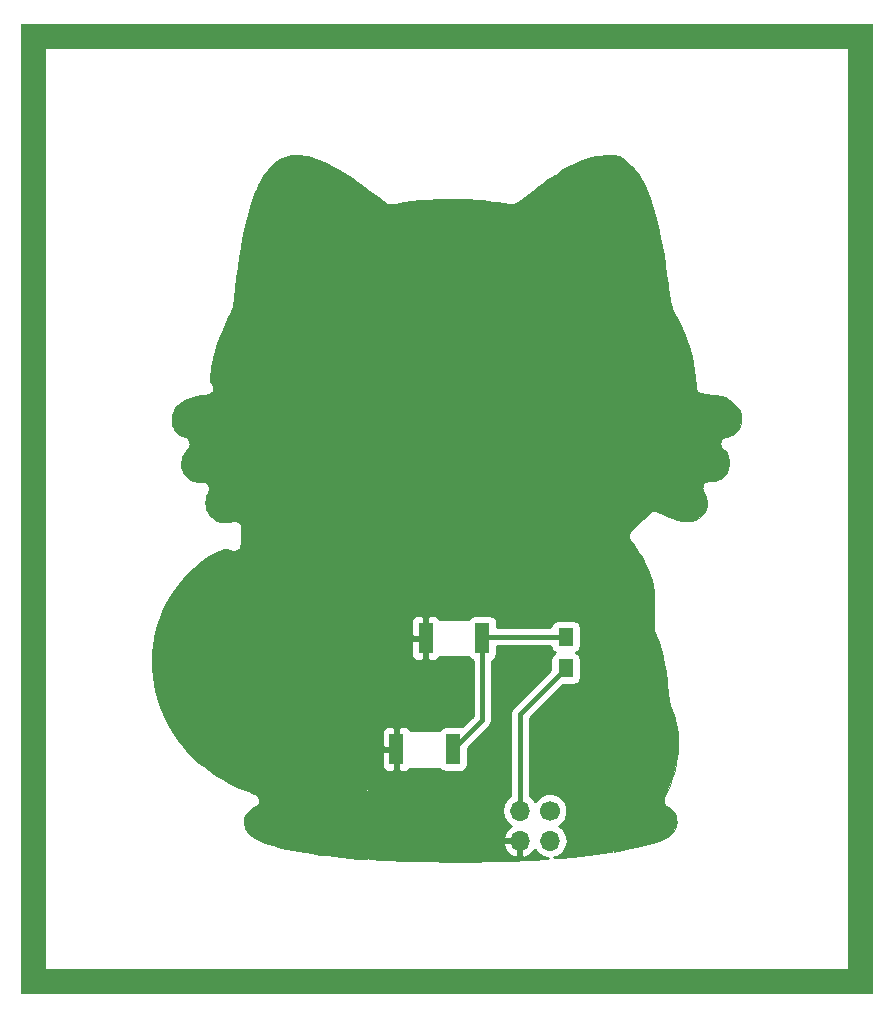
<source format=gbl>
G04 #@! TF.FileFunction,Copper,L2,Bot,Signal*
%FSLAX46Y46*%
G04 Gerber Fmt 4.6, Leading zero omitted, Abs format (unit mm)*
G04 Created by KiCad (PCBNEW 4.0.7) date 07/11/18 15:32:24*
%MOMM*%
%LPD*%
G01*
G04 APERTURE LIST*
%ADD10C,0.100000*%
%ADD11C,0.010000*%
%ADD12R,1.200000X2.600000*%
%ADD13R,1.300000X1.500000*%
%ADD14C,1.700000*%
%ADD15O,1.700000X1.700000*%
%ADD16C,0.381000*%
%ADD17C,0.254000*%
G04 APERTURE END LIST*
D10*
D11*
G36*
X184679167Y-127359833D02*
X112670167Y-127359833D01*
X112670167Y-104261711D01*
X114663659Y-104261711D01*
X114663660Y-105326889D01*
X114663671Y-106372112D01*
X114663694Y-107396718D01*
X114663727Y-108400047D01*
X114663772Y-109381437D01*
X114663826Y-110340228D01*
X114663892Y-111275758D01*
X114663968Y-112187367D01*
X114664054Y-113074394D01*
X114664150Y-113936178D01*
X114664257Y-114772057D01*
X114664374Y-115581372D01*
X114664501Y-116363460D01*
X114664638Y-117117661D01*
X114664785Y-117843314D01*
X114664942Y-118539758D01*
X114665108Y-119206332D01*
X114665285Y-119842375D01*
X114665471Y-120447226D01*
X114665666Y-121020225D01*
X114665871Y-121560709D01*
X114666085Y-122068019D01*
X114666309Y-122541492D01*
X114666541Y-122980469D01*
X114666783Y-123384289D01*
X114667034Y-123752290D01*
X114667294Y-124083811D01*
X114667563Y-124378191D01*
X114667841Y-124634770D01*
X114668127Y-124852886D01*
X114668422Y-125031879D01*
X114668726Y-125171088D01*
X114669038Y-125269851D01*
X114669359Y-125327507D01*
X114669640Y-125343708D01*
X114677259Y-125344873D01*
X114699570Y-125346006D01*
X114737097Y-125347106D01*
X114790365Y-125348174D01*
X114859898Y-125349212D01*
X114946220Y-125350218D01*
X115049855Y-125351194D01*
X115171329Y-125352139D01*
X115311166Y-125353056D01*
X115469889Y-125353942D01*
X115648024Y-125354800D01*
X115846094Y-125355630D01*
X116064624Y-125356431D01*
X116304139Y-125357205D01*
X116565162Y-125357951D01*
X116848219Y-125358671D01*
X117153833Y-125359364D01*
X117482529Y-125360031D01*
X117834831Y-125360673D01*
X118211265Y-125361289D01*
X118612353Y-125361881D01*
X119038620Y-125362448D01*
X119490592Y-125362991D01*
X119968791Y-125363511D01*
X120473743Y-125364007D01*
X121005973Y-125364481D01*
X121566003Y-125364933D01*
X122154359Y-125365362D01*
X122771566Y-125365770D01*
X123418147Y-125366157D01*
X124094626Y-125366523D01*
X124801529Y-125366869D01*
X125539380Y-125367195D01*
X126308702Y-125367501D01*
X127110021Y-125367789D01*
X127943861Y-125368057D01*
X128810746Y-125368308D01*
X129711200Y-125368540D01*
X130645748Y-125368755D01*
X131614915Y-125368954D01*
X132619224Y-125369135D01*
X133659201Y-125369300D01*
X134735368Y-125369450D01*
X135848252Y-125369584D01*
X136998375Y-125369703D01*
X138186264Y-125369807D01*
X139412441Y-125369897D01*
X140677431Y-125369974D01*
X141981760Y-125370037D01*
X143325950Y-125370087D01*
X144710527Y-125370125D01*
X146136014Y-125370150D01*
X147602937Y-125370164D01*
X148674002Y-125370167D01*
X182668333Y-125370167D01*
X182668333Y-47349820D01*
X148669375Y-47355118D01*
X114670417Y-47360417D01*
X114665013Y-86338833D01*
X114664840Y-87624028D01*
X114664679Y-88899182D01*
X114664531Y-90163634D01*
X114664394Y-91416724D01*
X114664269Y-92657789D01*
X114664157Y-93886169D01*
X114664055Y-95101203D01*
X114663966Y-96302231D01*
X114663888Y-97488591D01*
X114663821Y-98659622D01*
X114663766Y-99814663D01*
X114663723Y-100953053D01*
X114663690Y-102074132D01*
X114663669Y-103177238D01*
X114663659Y-104261711D01*
X112670167Y-104261711D01*
X112670167Y-45360167D01*
X184679167Y-45360167D01*
X184679167Y-127359833D01*
X184679167Y-127359833D01*
G37*
X184679167Y-127359833D02*
X112670167Y-127359833D01*
X112670167Y-104261711D01*
X114663659Y-104261711D01*
X114663660Y-105326889D01*
X114663671Y-106372112D01*
X114663694Y-107396718D01*
X114663727Y-108400047D01*
X114663772Y-109381437D01*
X114663826Y-110340228D01*
X114663892Y-111275758D01*
X114663968Y-112187367D01*
X114664054Y-113074394D01*
X114664150Y-113936178D01*
X114664257Y-114772057D01*
X114664374Y-115581372D01*
X114664501Y-116363460D01*
X114664638Y-117117661D01*
X114664785Y-117843314D01*
X114664942Y-118539758D01*
X114665108Y-119206332D01*
X114665285Y-119842375D01*
X114665471Y-120447226D01*
X114665666Y-121020225D01*
X114665871Y-121560709D01*
X114666085Y-122068019D01*
X114666309Y-122541492D01*
X114666541Y-122980469D01*
X114666783Y-123384289D01*
X114667034Y-123752290D01*
X114667294Y-124083811D01*
X114667563Y-124378191D01*
X114667841Y-124634770D01*
X114668127Y-124852886D01*
X114668422Y-125031879D01*
X114668726Y-125171088D01*
X114669038Y-125269851D01*
X114669359Y-125327507D01*
X114669640Y-125343708D01*
X114677259Y-125344873D01*
X114699570Y-125346006D01*
X114737097Y-125347106D01*
X114790365Y-125348174D01*
X114859898Y-125349212D01*
X114946220Y-125350218D01*
X115049855Y-125351194D01*
X115171329Y-125352139D01*
X115311166Y-125353056D01*
X115469889Y-125353942D01*
X115648024Y-125354800D01*
X115846094Y-125355630D01*
X116064624Y-125356431D01*
X116304139Y-125357205D01*
X116565162Y-125357951D01*
X116848219Y-125358671D01*
X117153833Y-125359364D01*
X117482529Y-125360031D01*
X117834831Y-125360673D01*
X118211265Y-125361289D01*
X118612353Y-125361881D01*
X119038620Y-125362448D01*
X119490592Y-125362991D01*
X119968791Y-125363511D01*
X120473743Y-125364007D01*
X121005973Y-125364481D01*
X121566003Y-125364933D01*
X122154359Y-125365362D01*
X122771566Y-125365770D01*
X123418147Y-125366157D01*
X124094626Y-125366523D01*
X124801529Y-125366869D01*
X125539380Y-125367195D01*
X126308702Y-125367501D01*
X127110021Y-125367789D01*
X127943861Y-125368057D01*
X128810746Y-125368308D01*
X129711200Y-125368540D01*
X130645748Y-125368755D01*
X131614915Y-125368954D01*
X132619224Y-125369135D01*
X133659201Y-125369300D01*
X134735368Y-125369450D01*
X135848252Y-125369584D01*
X136998375Y-125369703D01*
X138186264Y-125369807D01*
X139412441Y-125369897D01*
X140677431Y-125369974D01*
X141981760Y-125370037D01*
X143325950Y-125370087D01*
X144710527Y-125370125D01*
X146136014Y-125370150D01*
X147602937Y-125370164D01*
X148674002Y-125370167D01*
X182668333Y-125370167D01*
X182668333Y-47349820D01*
X148669375Y-47355118D01*
X114670417Y-47360417D01*
X114665013Y-86338833D01*
X114664840Y-87624028D01*
X114664679Y-88899182D01*
X114664531Y-90163634D01*
X114664394Y-91416724D01*
X114664269Y-92657789D01*
X114664157Y-93886169D01*
X114664055Y-95101203D01*
X114663966Y-96302231D01*
X114663888Y-97488591D01*
X114663821Y-98659622D01*
X114663766Y-99814663D01*
X114663723Y-100953053D01*
X114663690Y-102074132D01*
X114663669Y-103177238D01*
X114663659Y-104261711D01*
X112670167Y-104261711D01*
X112670167Y-45360167D01*
X184679167Y-45360167D01*
X184679167Y-127359833D01*
G36*
X162637923Y-56433224D02*
X162809943Y-56442336D01*
X162944430Y-56460072D01*
X163113680Y-56498417D01*
X163270175Y-56547720D01*
X163419334Y-56611307D01*
X163566576Y-56692502D01*
X163717319Y-56794629D01*
X163876982Y-56921012D01*
X164050984Y-57074977D01*
X164239216Y-57254432D01*
X164456578Y-57480789D01*
X164660575Y-57722069D01*
X164852958Y-57981453D01*
X165035478Y-58262124D01*
X165209886Y-58567263D01*
X165377933Y-58900053D01*
X165541369Y-59263675D01*
X165701945Y-59661312D01*
X165861413Y-60096146D01*
X165957855Y-60377917D01*
X166139209Y-60945737D01*
X166311005Y-61535676D01*
X166473701Y-62149937D01*
X166627754Y-62790728D01*
X166773621Y-63460254D01*
X166911760Y-64160722D01*
X167042626Y-64894336D01*
X167166679Y-65663303D01*
X167284374Y-66469829D01*
X167396169Y-67316121D01*
X167396737Y-67320635D01*
X167431240Y-67592118D01*
X167462196Y-67827807D01*
X167490656Y-68033991D01*
X167517673Y-68216958D01*
X167544303Y-68382998D01*
X167571596Y-68538399D01*
X167600607Y-68689450D01*
X167632389Y-68842440D01*
X167667996Y-69003656D01*
X167706908Y-69172667D01*
X167745612Y-69329522D01*
X167782782Y-69456646D01*
X167823174Y-69566172D01*
X167871547Y-69670232D01*
X167932656Y-69780958D01*
X167969767Y-69843095D01*
X168080698Y-70034761D01*
X168201436Y-70259688D01*
X168328808Y-70510846D01*
X168459635Y-70781205D01*
X168590742Y-71063732D01*
X168718953Y-71351397D01*
X168841091Y-71637170D01*
X168953980Y-71914019D01*
X169054443Y-72174914D01*
X169139305Y-72412824D01*
X169163396Y-72485250D01*
X169304720Y-72962278D01*
X169428670Y-73472496D01*
X169535446Y-74017071D01*
X169625254Y-74597167D01*
X169698296Y-75213953D01*
X169754776Y-75868595D01*
X169755767Y-75882500D01*
X169767910Y-76030199D01*
X169781990Y-76143576D01*
X169800184Y-76230641D01*
X169824668Y-76299403D01*
X169857619Y-76357873D01*
X169899740Y-76412344D01*
X169941017Y-76458412D01*
X169982163Y-76497506D01*
X170027327Y-76530699D01*
X170080654Y-76559067D01*
X170146293Y-76583682D01*
X170228389Y-76605620D01*
X170331091Y-76625954D01*
X170458546Y-76645758D01*
X170614899Y-76666107D01*
X170804300Y-76688074D01*
X171030893Y-76712734D01*
X171079583Y-76717929D01*
X171262921Y-76737610D01*
X171411084Y-76754124D01*
X171531009Y-76768595D01*
X171629638Y-76782147D01*
X171713910Y-76795901D01*
X171790763Y-76810983D01*
X171867138Y-76828516D01*
X171949973Y-76849622D01*
X172036984Y-76872927D01*
X172161187Y-76909833D01*
X172271118Y-76951049D01*
X172376224Y-77001558D01*
X172485952Y-77066344D01*
X172609748Y-77150389D01*
X172730583Y-77238817D01*
X172947431Y-77410649D01*
X173127401Y-77575520D01*
X173274322Y-77738091D01*
X173392021Y-77903023D01*
X173484329Y-78074978D01*
X173546313Y-78232000D01*
X173576790Y-78355450D01*
X173597087Y-78507360D01*
X173606874Y-78675017D01*
X173605817Y-78845709D01*
X173593585Y-79006723D01*
X173570118Y-79144216D01*
X173511897Y-79344795D01*
X173437259Y-79519545D01*
X173339637Y-79683807D01*
X173338406Y-79685620D01*
X173195656Y-79860170D01*
X173021069Y-80015083D01*
X172822580Y-80145227D01*
X172608123Y-80245470D01*
X172385632Y-80310680D01*
X172366066Y-80314545D01*
X172259896Y-80336772D01*
X172182634Y-80360045D01*
X172121150Y-80390377D01*
X172062309Y-80433779D01*
X172016072Y-80474780D01*
X171942163Y-80567151D01*
X171886795Y-80684620D01*
X171856307Y-80811748D01*
X171852373Y-80873336D01*
X171871312Y-80992546D01*
X171922893Y-81115051D01*
X171999972Y-81229688D01*
X172095405Y-81325290D01*
X172175375Y-81378120D01*
X172245001Y-81433581D01*
X172316085Y-81526575D01*
X172385469Y-81652555D01*
X172420350Y-81730847D01*
X172481722Y-81901990D01*
X172523254Y-82076487D01*
X172547001Y-82266186D01*
X172555016Y-82482933D01*
X172555029Y-82507667D01*
X172547752Y-82713435D01*
X172525412Y-82890793D01*
X172485590Y-83051731D01*
X172425868Y-83208240D01*
X172404360Y-83254763D01*
X172296141Y-83435995D01*
X172153433Y-83606112D01*
X171983782Y-83759018D01*
X171794734Y-83888617D01*
X171593835Y-83988811D01*
X171427072Y-84044363D01*
X171347600Y-84061044D01*
X171265737Y-84069100D01*
X171167538Y-84069288D01*
X171063839Y-84064021D01*
X170902145Y-84059727D01*
X170772247Y-84071674D01*
X170666009Y-84102052D01*
X170575293Y-84153048D01*
X170503931Y-84214621D01*
X170417671Y-84318358D01*
X170366052Y-84427560D01*
X170343525Y-84555506D01*
X170341544Y-84603167D01*
X170342103Y-84662569D01*
X170347879Y-84714753D01*
X170361769Y-84769340D01*
X170386673Y-84835950D01*
X170425490Y-84924204D01*
X170462021Y-85003005D01*
X170548950Y-85199864D01*
X170613139Y-85373694D01*
X170657285Y-85535308D01*
X170684087Y-85695515D01*
X170696243Y-85865126D01*
X170697653Y-85947250D01*
X170696702Y-86074508D01*
X170692002Y-86171439D01*
X170682260Y-86249979D01*
X170666189Y-86322064D01*
X170651904Y-86370583D01*
X170564252Y-86580080D01*
X170440642Y-86773029D01*
X170285090Y-86946812D01*
X170101614Y-87098812D01*
X169894230Y-87226414D01*
X169666954Y-87326999D01*
X169423805Y-87397952D01*
X169168798Y-87436655D01*
X169005250Y-87443305D01*
X168874637Y-87439998D01*
X168745138Y-87429887D01*
X168612834Y-87411802D01*
X168473803Y-87384572D01*
X168324127Y-87347029D01*
X168159884Y-87298001D01*
X167977154Y-87236319D01*
X167772018Y-87160812D01*
X167540554Y-87070312D01*
X167278844Y-86963648D01*
X166983833Y-86840017D01*
X166813450Y-86768054D01*
X166676874Y-86711025D01*
X166569001Y-86667194D01*
X166484726Y-86634824D01*
X166418944Y-86612176D01*
X166366550Y-86597514D01*
X166322441Y-86589099D01*
X166281510Y-86585195D01*
X166238654Y-86584063D01*
X166231719Y-86584025D01*
X166142446Y-86586670D01*
X166076469Y-86598441D01*
X166015010Y-86623796D01*
X165977719Y-86644342D01*
X165944897Y-86669478D01*
X165885706Y-86721209D01*
X165803640Y-86796122D01*
X165702194Y-86890809D01*
X165584862Y-87001858D01*
X165455140Y-87125858D01*
X165316521Y-87259400D01*
X165172501Y-87399073D01*
X165026574Y-87541466D01*
X164882234Y-87683169D01*
X164742976Y-87820771D01*
X164612296Y-87950862D01*
X164493687Y-88070031D01*
X164390644Y-88174868D01*
X164306661Y-88261963D01*
X164245234Y-88327904D01*
X164209857Y-88369281D01*
X164208825Y-88370657D01*
X164147191Y-88487298D01*
X164117362Y-88621003D01*
X164119714Y-88760476D01*
X164154628Y-88894416D01*
X164188969Y-88963500D01*
X164224363Y-89017176D01*
X164278868Y-89093912D01*
X164345194Y-89183674D01*
X164416052Y-89276428D01*
X164419611Y-89281000D01*
X164720903Y-89692133D01*
X165002604Y-90125577D01*
X165262433Y-90576203D01*
X165498109Y-91038884D01*
X165707354Y-91508491D01*
X165887885Y-91979896D01*
X166037423Y-92447972D01*
X166153688Y-92907590D01*
X166234399Y-93353622D01*
X166236168Y-93366167D01*
X166248651Y-93484374D01*
X166258718Y-93639979D01*
X166266347Y-93828116D01*
X166271515Y-94043916D01*
X166274201Y-94282514D01*
X166274382Y-94539041D01*
X166272035Y-94808631D01*
X166267138Y-95086417D01*
X166259669Y-95367530D01*
X166249606Y-95647104D01*
X166246918Y-95710773D01*
X166237697Y-95934355D01*
X166231683Y-96121800D01*
X166229592Y-96279233D01*
X166232136Y-96412777D01*
X166240033Y-96528555D01*
X166253995Y-96632692D01*
X166274738Y-96731311D01*
X166302977Y-96830536D01*
X166339426Y-96936490D01*
X166384801Y-97055297D01*
X166411784Y-97123250D01*
X166617096Y-97681228D01*
X166800893Y-98274017D01*
X166962760Y-98899728D01*
X167102284Y-99556473D01*
X167219050Y-100242363D01*
X167312646Y-100955511D01*
X167364082Y-101469105D01*
X167399102Y-101832887D01*
X167436814Y-102156613D01*
X167477509Y-102442491D01*
X167521478Y-102692727D01*
X167533442Y-102752026D01*
X167559100Y-102871722D01*
X167582992Y-102971370D01*
X167608608Y-103061994D01*
X167639438Y-103154621D01*
X167678972Y-103260276D01*
X167730700Y-103389986D01*
X167751675Y-103441500D01*
X167895568Y-103821017D01*
X168013332Y-104193951D01*
X168107694Y-104571434D01*
X168181381Y-104964600D01*
X168237121Y-105384582D01*
X168244283Y-105452333D01*
X168257763Y-105626265D01*
X168266634Y-105832354D01*
X168271017Y-106060690D01*
X168271029Y-106301364D01*
X168266789Y-106544463D01*
X168258417Y-106780077D01*
X168246032Y-106998296D01*
X168229751Y-107189209D01*
X168222696Y-107251500D01*
X168123431Y-107886691D01*
X167982666Y-108517360D01*
X167801193Y-109140830D01*
X167579805Y-109754427D01*
X167319295Y-110355471D01*
X167277391Y-110443349D01*
X167201423Y-110601986D01*
X167142666Y-110728557D01*
X167099214Y-110828767D01*
X167069162Y-110908321D01*
X167050607Y-110972927D01*
X167041642Y-111028289D01*
X167040365Y-111080113D01*
X167044869Y-111134105D01*
X167045380Y-111138348D01*
X167061993Y-111233024D01*
X167089782Y-111314110D01*
X167133632Y-111387582D01*
X167198429Y-111459418D01*
X167289059Y-111535594D01*
X167410406Y-111622087D01*
X167477045Y-111666432D01*
X167627336Y-111771214D01*
X167745816Y-111869527D01*
X167840410Y-111969508D01*
X167919040Y-112079292D01*
X167974544Y-112177264D01*
X168074566Y-112412095D01*
X168132775Y-112647936D01*
X168149549Y-112882360D01*
X168125270Y-113112939D01*
X168060315Y-113337243D01*
X167955066Y-113552843D01*
X167809900Y-113757312D01*
X167710412Y-113866963D01*
X167588767Y-113982266D01*
X167464942Y-114081082D01*
X167328028Y-114170873D01*
X167167118Y-114259103D01*
X167060874Y-114311369D01*
X166866739Y-114396772D01*
X166634672Y-114486413D01*
X166368729Y-114579138D01*
X166072966Y-114673795D01*
X165751438Y-114769227D01*
X165408203Y-114864283D01*
X165047316Y-114957806D01*
X164672834Y-115048644D01*
X164288812Y-115135642D01*
X163899306Y-115217646D01*
X163819417Y-115233682D01*
X163694344Y-115258396D01*
X163558287Y-115284974D01*
X163417610Y-115312206D01*
X163278674Y-115338882D01*
X163147844Y-115363792D01*
X163031481Y-115385726D01*
X162935948Y-115403474D01*
X162867608Y-115415826D01*
X162832825Y-115421571D01*
X162830086Y-115421833D01*
X162829100Y-115400872D01*
X162828129Y-115338809D01*
X162827175Y-115236878D01*
X162826240Y-115096310D01*
X162825325Y-114918336D01*
X162824433Y-114704191D01*
X162823565Y-114455105D01*
X162822723Y-114172311D01*
X162821909Y-113857040D01*
X162821124Y-113510526D01*
X162820370Y-113134000D01*
X162819650Y-112728695D01*
X162818964Y-112295842D01*
X162818314Y-111836674D01*
X162817703Y-111352422D01*
X162817132Y-110844320D01*
X162816603Y-110313599D01*
X162816118Y-109761491D01*
X162815677Y-109189229D01*
X162815284Y-108598045D01*
X162814940Y-107989170D01*
X162814647Y-107363837D01*
X162814406Y-106723279D01*
X162814219Y-106068727D01*
X162814089Y-105401413D01*
X162814016Y-104722570D01*
X162814000Y-104225867D01*
X162814000Y-93029900D01*
X162766957Y-92996950D01*
X162760567Y-92994415D01*
X162748102Y-92992012D01*
X162728471Y-92989738D01*
X162700584Y-92987588D01*
X162663350Y-92985560D01*
X162615680Y-92983650D01*
X162556484Y-92981854D01*
X162484670Y-92980170D01*
X162399150Y-92978593D01*
X162298832Y-92977120D01*
X162182628Y-92975748D01*
X162049445Y-92974473D01*
X161898196Y-92973292D01*
X161727788Y-92972201D01*
X161537133Y-92971197D01*
X161325140Y-92970277D01*
X161090718Y-92969436D01*
X160832778Y-92968671D01*
X160550230Y-92967980D01*
X160241983Y-92967358D01*
X159906947Y-92966802D01*
X159544032Y-92966308D01*
X159152148Y-92965874D01*
X158730205Y-92965495D01*
X158277113Y-92965168D01*
X157791780Y-92964890D01*
X157273118Y-92964657D01*
X156720037Y-92964466D01*
X156131445Y-92964313D01*
X155506252Y-92964195D01*
X154843370Y-92964108D01*
X154141707Y-92964049D01*
X153400173Y-92964014D01*
X152617678Y-92964000D01*
X152408218Y-92964000D01*
X151619826Y-92964002D01*
X150872655Y-92964012D01*
X150165593Y-92964034D01*
X149497527Y-92964072D01*
X148867346Y-92964130D01*
X148273936Y-92964214D01*
X147716187Y-92964326D01*
X147192985Y-92964472D01*
X146703218Y-92964657D01*
X146245774Y-92964883D01*
X145819541Y-92965156D01*
X145423406Y-92965480D01*
X145056258Y-92965859D01*
X144716983Y-92966298D01*
X144404470Y-92966801D01*
X144117607Y-92967373D01*
X143855281Y-92968017D01*
X143616379Y-92968738D01*
X143399791Y-92969540D01*
X143204402Y-92970428D01*
X143029102Y-92971406D01*
X142872778Y-92972479D01*
X142734317Y-92973650D01*
X142612608Y-92974925D01*
X142506538Y-92976306D01*
X142414994Y-92977800D01*
X142336865Y-92979410D01*
X142271039Y-92981140D01*
X142216402Y-92982995D01*
X142171843Y-92984979D01*
X142136250Y-92987096D01*
X142108510Y-92989352D01*
X142087511Y-92991749D01*
X142072141Y-92994294D01*
X142061287Y-92996989D01*
X142053837Y-92999839D01*
X142048680Y-93002848D01*
X142046553Y-93004463D01*
X141996583Y-93044926D01*
X141986000Y-104556171D01*
X141975417Y-116067417D01*
X141901333Y-116069796D01*
X141824223Y-116068993D01*
X141753167Y-116064125D01*
X141711847Y-116060226D01*
X141635070Y-116053544D01*
X141529578Y-116044643D01*
X141402115Y-116034088D01*
X141259422Y-116022444D01*
X141149917Y-116013612D01*
X140477772Y-115955762D01*
X139812343Y-115890776D01*
X139156970Y-115819159D01*
X138514988Y-115741413D01*
X137889735Y-115658040D01*
X137284548Y-115569545D01*
X136702766Y-115476429D01*
X136147725Y-115379196D01*
X135622763Y-115278348D01*
X135131218Y-115174388D01*
X134676426Y-115067819D01*
X134397750Y-114996228D01*
X134000753Y-114884145D01*
X133630358Y-114767283D01*
X133289151Y-114646677D01*
X132979717Y-114523360D01*
X132704641Y-114398370D01*
X132466509Y-114272740D01*
X132267907Y-114147506D01*
X132254849Y-114138280D01*
X132050587Y-113974343D01*
X131874838Y-113795299D01*
X131731321Y-113605856D01*
X131623754Y-113410724D01*
X131571885Y-113273417D01*
X131524542Y-113048704D01*
X131519116Y-112825609D01*
X131555204Y-112606911D01*
X131632406Y-112395392D01*
X131721580Y-112236145D01*
X131827812Y-112092941D01*
X131955240Y-111952492D01*
X132094698Y-111823100D01*
X132237021Y-111713068D01*
X132373042Y-111630696D01*
X132408879Y-111613662D01*
X132560573Y-111527864D01*
X132678389Y-111421199D01*
X132760580Y-111296753D01*
X132805402Y-111157610D01*
X132811107Y-111006856D01*
X132798226Y-110925747D01*
X132749527Y-110801477D01*
X132664694Y-110689678D01*
X132549570Y-110597340D01*
X132500494Y-110569521D01*
X132438568Y-110540877D01*
X132347668Y-110502672D01*
X132238771Y-110459352D01*
X132122853Y-110415361D01*
X132090583Y-110403511D01*
X131589589Y-110208637D01*
X131084912Y-109988440D01*
X130580538Y-109745515D01*
X130080455Y-109482463D01*
X129588650Y-109201880D01*
X129109109Y-108906366D01*
X128645820Y-108598517D01*
X128202768Y-108280933D01*
X127783942Y-107956210D01*
X127393328Y-107626948D01*
X127034913Y-107295745D01*
X126712683Y-106965198D01*
X126571578Y-106807000D01*
X126189447Y-106340195D01*
X125827242Y-105848452D01*
X125487329Y-105336327D01*
X125172073Y-104808376D01*
X124883843Y-104269154D01*
X124625003Y-103723217D01*
X124397919Y-103175122D01*
X124204959Y-102629423D01*
X124048489Y-102090678D01*
X123985074Y-101827116D01*
X123867599Y-101209660D01*
X123786640Y-100575576D01*
X123742168Y-99929603D01*
X123734153Y-99276481D01*
X123762567Y-98620949D01*
X123827380Y-97967746D01*
X123928564Y-97321612D01*
X124015331Y-96901000D01*
X124178552Y-96265643D01*
X124374596Y-95655818D01*
X124604494Y-95069103D01*
X124869279Y-94503075D01*
X125169981Y-93955311D01*
X125477386Y-93468170D01*
X125739223Y-93096353D01*
X126020786Y-92730022D01*
X126318810Y-92372174D01*
X126630032Y-92025804D01*
X126951186Y-91693907D01*
X127279010Y-91379477D01*
X127610237Y-91085511D01*
X127941604Y-90815003D01*
X128269846Y-90570948D01*
X128591700Y-90356343D01*
X128903899Y-90174182D01*
X129203181Y-90027459D01*
X129248630Y-90007903D01*
X129448279Y-89934203D01*
X129659693Y-89874630D01*
X129865355Y-89833704D01*
X129976320Y-89820185D01*
X130060393Y-89814306D01*
X130126586Y-89815183D01*
X130190010Y-89824924D01*
X130265775Y-89845640D01*
X130346385Y-89871852D01*
X130520298Y-89920529D01*
X130669237Y-89940154D01*
X130799430Y-89930285D01*
X130917105Y-89890481D01*
X131023917Y-89823819D01*
X131095473Y-89755029D01*
X131155963Y-89672556D01*
X131167801Y-89650946D01*
X131182441Y-89619595D01*
X131194381Y-89586870D01*
X131204194Y-89547555D01*
X131212454Y-89496439D01*
X131219734Y-89428308D01*
X131226608Y-89337950D01*
X131233648Y-89220152D01*
X131241429Y-89069700D01*
X131249048Y-88912341D01*
X131257033Y-88737766D01*
X131264356Y-88563939D01*
X131270718Y-88399003D01*
X131275824Y-88251101D01*
X131279376Y-88128375D01*
X131281078Y-88038968D01*
X131281135Y-88032167D01*
X131281216Y-87925161D01*
X131278536Y-87849934D01*
X131271368Y-87795944D01*
X131257984Y-87752650D01*
X131236657Y-87709510D01*
X131224873Y-87688828D01*
X131131667Y-87567206D01*
X131014639Y-87478578D01*
X130878077Y-87424283D01*
X130726268Y-87405661D01*
X130563498Y-87424051D01*
X130466550Y-87451925D01*
X130386013Y-87472587D01*
X130275828Y-87490646D01*
X130148658Y-87504938D01*
X130017163Y-87514298D01*
X129894005Y-87517562D01*
X129794000Y-87513761D01*
X129521255Y-87474258D01*
X129276907Y-87405571D01*
X129057109Y-87305947D01*
X128858017Y-87173637D01*
X128675786Y-87006889D01*
X128671939Y-87002821D01*
X128520872Y-86812502D01*
X128404073Y-86600316D01*
X128321910Y-86369749D01*
X128274748Y-86124287D01*
X128262954Y-85867417D01*
X128286895Y-85602624D01*
X128346938Y-85333395D01*
X128443449Y-85063216D01*
X128463184Y-85018164D01*
X128502270Y-84923365D01*
X128534785Y-84829912D01*
X128555710Y-84752841D01*
X128559917Y-84728298D01*
X128557313Y-84578653D01*
X128515737Y-84438098D01*
X128438494Y-84313621D01*
X128328892Y-84212208D01*
X128309372Y-84199100D01*
X128268857Y-84174033D01*
X128232236Y-84155741D01*
X128191471Y-84142692D01*
X128138528Y-84133349D01*
X128065370Y-84126180D01*
X127963961Y-84119649D01*
X127865071Y-84114276D01*
X127666916Y-84101698D01*
X127502566Y-84085815D01*
X127363514Y-84064769D01*
X127241255Y-84036702D01*
X127127286Y-83999754D01*
X127013101Y-83952066D01*
X126922459Y-83908264D01*
X126744246Y-83795188D01*
X126586902Y-83648790D01*
X126452899Y-83473875D01*
X126344708Y-83275247D01*
X126264801Y-83057711D01*
X126215649Y-82826070D01*
X126199724Y-82585131D01*
X126202005Y-82507667D01*
X126236103Y-82228048D01*
X126308675Y-81962890D01*
X126420683Y-81709814D01*
X126573090Y-81466444D01*
X126678342Y-81331234D01*
X126770134Y-81216186D01*
X126834948Y-81121330D01*
X126877232Y-81038493D01*
X126901434Y-80959501D01*
X126909586Y-80906238D01*
X126905760Y-80752556D01*
X126863339Y-80611407D01*
X126784881Y-80488141D01*
X126672942Y-80388110D01*
X126657012Y-80377689D01*
X126598420Y-80346452D01*
X126514680Y-80308900D01*
X126420944Y-80271685D01*
X126390273Y-80260568D01*
X126222345Y-80196589D01*
X126086449Y-80133138D01*
X125972701Y-80064824D01*
X125871216Y-79986257D01*
X125845764Y-79963618D01*
X125700637Y-79805554D01*
X125577049Y-79618874D01*
X125482097Y-79414759D01*
X125463347Y-79361344D01*
X125439190Y-79284632D01*
X125422379Y-79219772D01*
X125411631Y-79156049D01*
X125405667Y-79082748D01*
X125403205Y-78989154D01*
X125402965Y-78864552D01*
X125402991Y-78856417D01*
X125403956Y-78730451D01*
X125406826Y-78635900D01*
X125413043Y-78561847D01*
X125424046Y-78497374D01*
X125441275Y-78431566D01*
X125466170Y-78353506D01*
X125471402Y-78337833D01*
X125577672Y-78077172D01*
X125714455Y-77842550D01*
X125886069Y-77626751D01*
X125916405Y-77594165D01*
X126075978Y-77442931D01*
X126252886Y-77308430D01*
X126450330Y-77189418D01*
X126671510Y-77084653D01*
X126919625Y-76992895D01*
X127197877Y-76912900D01*
X127509465Y-76843428D01*
X127857591Y-76783236D01*
X128090964Y-76750322D01*
X128215383Y-76732785D01*
X128333642Y-76713795D01*
X128435463Y-76695167D01*
X128510568Y-76678717D01*
X128534583Y-76671975D01*
X128673752Y-76607065D01*
X128782610Y-76512872D01*
X128859945Y-76390860D01*
X128904542Y-76242495D01*
X128907898Y-76221167D01*
X128910582Y-76083003D01*
X128876157Y-75954514D01*
X128802681Y-75830292D01*
X128741574Y-75758247D01*
X128697074Y-75710593D01*
X128665566Y-75672025D01*
X128645480Y-75634378D01*
X128635250Y-75589492D01*
X128633304Y-75529203D01*
X128638076Y-75445351D01*
X128647997Y-75329772D01*
X128651552Y-75289833D01*
X128673775Y-75042219D01*
X128693581Y-74831011D01*
X128711874Y-74650410D01*
X128729554Y-74494620D01*
X128747525Y-74357842D01*
X128766688Y-74234280D01*
X128787945Y-74118134D01*
X128812199Y-74003609D01*
X128840351Y-73884905D01*
X128873303Y-73756226D01*
X128911959Y-73611774D01*
X128913582Y-73605786D01*
X129052577Y-73108926D01*
X129191140Y-72646788D01*
X129332021Y-72211881D01*
X129477968Y-71796712D01*
X129631729Y-71393791D01*
X129796055Y-70995626D01*
X129973694Y-70594725D01*
X130167394Y-70183597D01*
X130175191Y-70167500D01*
X130255912Y-70001586D01*
X130325928Y-69857468D01*
X130386289Y-69730873D01*
X130438046Y-69617527D01*
X130482248Y-69513156D01*
X130519947Y-69413488D01*
X130552193Y-69314247D01*
X130580035Y-69211161D01*
X130604524Y-69099957D01*
X130626712Y-68976360D01*
X130647647Y-68836097D01*
X130668381Y-68674894D01*
X130689963Y-68488478D01*
X130713445Y-68272575D01*
X130739876Y-68022912D01*
X130768256Y-67754500D01*
X130872570Y-66833754D01*
X130985731Y-65951151D01*
X131107676Y-65106972D01*
X131238340Y-64301496D01*
X131377658Y-63535003D01*
X131525566Y-62807771D01*
X131682001Y-62120080D01*
X131846897Y-61472210D01*
X132020190Y-60864439D01*
X132201816Y-60297049D01*
X132391710Y-59770317D01*
X132589808Y-59284524D01*
X132796046Y-58839949D01*
X132842462Y-58747784D01*
X133060623Y-58349036D01*
X133287041Y-57990698D01*
X133522939Y-57671437D01*
X133769542Y-57389918D01*
X134028070Y-57144807D01*
X134299749Y-56934770D01*
X134585799Y-56758472D01*
X134735973Y-56681902D01*
X134982183Y-56577316D01*
X135222857Y-56502744D01*
X135468630Y-56456124D01*
X135730134Y-56435394D01*
X135995833Y-56437501D01*
X136291071Y-56458599D01*
X136590490Y-56497650D01*
X136895536Y-56555415D01*
X137207657Y-56632656D01*
X137528297Y-56730136D01*
X137858904Y-56848616D01*
X138200923Y-56988858D01*
X138555802Y-57151625D01*
X138924986Y-57337677D01*
X139309921Y-57547777D01*
X139712055Y-57782688D01*
X140132834Y-58043170D01*
X140573703Y-58329986D01*
X141036109Y-58643898D01*
X141521498Y-58985667D01*
X142031317Y-59356056D01*
X142567013Y-59755827D01*
X143130030Y-60185741D01*
X143171333Y-60217626D01*
X143330302Y-60338548D01*
X143462084Y-60434069D01*
X143571256Y-60506775D01*
X143662395Y-60559250D01*
X143740078Y-60594080D01*
X143808881Y-60613850D01*
X143873382Y-60621144D01*
X143886113Y-60621333D01*
X143936782Y-60617682D01*
X144020769Y-60607519D01*
X144129763Y-60592028D01*
X144255456Y-60572394D01*
X144389536Y-60549802D01*
X144396770Y-60548535D01*
X145093295Y-60435247D01*
X145778255Y-60342327D01*
X146459882Y-60269144D01*
X147146409Y-60215066D01*
X147846071Y-60179461D01*
X148567100Y-60161696D01*
X149317729Y-60161140D01*
X149426083Y-60162405D01*
X149861167Y-60170176D01*
X150269895Y-60182062D01*
X150659945Y-60198686D01*
X151038994Y-60220669D01*
X151414719Y-60248636D01*
X151794796Y-60283209D01*
X152186903Y-60325010D01*
X152598716Y-60374663D01*
X153037912Y-60432789D01*
X153416000Y-60486078D01*
X153644262Y-60518295D01*
X153835278Y-60543444D01*
X153993507Y-60561701D01*
X154123413Y-60573241D01*
X154229456Y-60578239D01*
X154316100Y-60576872D01*
X154387804Y-60569314D01*
X154449031Y-60555742D01*
X154504243Y-60536330D01*
X154520064Y-60529500D01*
X154589688Y-60493167D01*
X154680768Y-60436646D01*
X154794908Y-60358762D01*
X154933715Y-60258340D01*
X155098793Y-60134206D01*
X155291749Y-59985186D01*
X155514186Y-59810104D01*
X155638500Y-59711197D01*
X155956719Y-59458360D01*
X156244783Y-59231947D01*
X156504516Y-59030642D01*
X156737741Y-58853130D01*
X156946282Y-58698096D01*
X157131965Y-58564226D01*
X157296612Y-58450203D01*
X157442047Y-58354713D01*
X157570096Y-58276441D01*
X157682582Y-58214072D01*
X157781329Y-58166291D01*
X157781503Y-58166214D01*
X157835597Y-58137435D01*
X157913788Y-58089585D01*
X158006264Y-58028936D01*
X158103215Y-57961759D01*
X158118889Y-57950534D01*
X158553754Y-57657744D01*
X159006066Y-57391810D01*
X159470889Y-57154829D01*
X159943284Y-56948902D01*
X160418316Y-56776126D01*
X160891045Y-56638602D01*
X161356536Y-56538428D01*
X161492916Y-56516141D01*
X161737467Y-56483294D01*
X161980975Y-56458319D01*
X162216708Y-56441475D01*
X162437934Y-56433024D01*
X162637923Y-56433224D01*
X162637923Y-56433224D01*
G37*
X162637923Y-56433224D02*
X162809943Y-56442336D01*
X162944430Y-56460072D01*
X163113680Y-56498417D01*
X163270175Y-56547720D01*
X163419334Y-56611307D01*
X163566576Y-56692502D01*
X163717319Y-56794629D01*
X163876982Y-56921012D01*
X164050984Y-57074977D01*
X164239216Y-57254432D01*
X164456578Y-57480789D01*
X164660575Y-57722069D01*
X164852958Y-57981453D01*
X165035478Y-58262124D01*
X165209886Y-58567263D01*
X165377933Y-58900053D01*
X165541369Y-59263675D01*
X165701945Y-59661312D01*
X165861413Y-60096146D01*
X165957855Y-60377917D01*
X166139209Y-60945737D01*
X166311005Y-61535676D01*
X166473701Y-62149937D01*
X166627754Y-62790728D01*
X166773621Y-63460254D01*
X166911760Y-64160722D01*
X167042626Y-64894336D01*
X167166679Y-65663303D01*
X167284374Y-66469829D01*
X167396169Y-67316121D01*
X167396737Y-67320635D01*
X167431240Y-67592118D01*
X167462196Y-67827807D01*
X167490656Y-68033991D01*
X167517673Y-68216958D01*
X167544303Y-68382998D01*
X167571596Y-68538399D01*
X167600607Y-68689450D01*
X167632389Y-68842440D01*
X167667996Y-69003656D01*
X167706908Y-69172667D01*
X167745612Y-69329522D01*
X167782782Y-69456646D01*
X167823174Y-69566172D01*
X167871547Y-69670232D01*
X167932656Y-69780958D01*
X167969767Y-69843095D01*
X168080698Y-70034761D01*
X168201436Y-70259688D01*
X168328808Y-70510846D01*
X168459635Y-70781205D01*
X168590742Y-71063732D01*
X168718953Y-71351397D01*
X168841091Y-71637170D01*
X168953980Y-71914019D01*
X169054443Y-72174914D01*
X169139305Y-72412824D01*
X169163396Y-72485250D01*
X169304720Y-72962278D01*
X169428670Y-73472496D01*
X169535446Y-74017071D01*
X169625254Y-74597167D01*
X169698296Y-75213953D01*
X169754776Y-75868595D01*
X169755767Y-75882500D01*
X169767910Y-76030199D01*
X169781990Y-76143576D01*
X169800184Y-76230641D01*
X169824668Y-76299403D01*
X169857619Y-76357873D01*
X169899740Y-76412344D01*
X169941017Y-76458412D01*
X169982163Y-76497506D01*
X170027327Y-76530699D01*
X170080654Y-76559067D01*
X170146293Y-76583682D01*
X170228389Y-76605620D01*
X170331091Y-76625954D01*
X170458546Y-76645758D01*
X170614899Y-76666107D01*
X170804300Y-76688074D01*
X171030893Y-76712734D01*
X171079583Y-76717929D01*
X171262921Y-76737610D01*
X171411084Y-76754124D01*
X171531009Y-76768595D01*
X171629638Y-76782147D01*
X171713910Y-76795901D01*
X171790763Y-76810983D01*
X171867138Y-76828516D01*
X171949973Y-76849622D01*
X172036984Y-76872927D01*
X172161187Y-76909833D01*
X172271118Y-76951049D01*
X172376224Y-77001558D01*
X172485952Y-77066344D01*
X172609748Y-77150389D01*
X172730583Y-77238817D01*
X172947431Y-77410649D01*
X173127401Y-77575520D01*
X173274322Y-77738091D01*
X173392021Y-77903023D01*
X173484329Y-78074978D01*
X173546313Y-78232000D01*
X173576790Y-78355450D01*
X173597087Y-78507360D01*
X173606874Y-78675017D01*
X173605817Y-78845709D01*
X173593585Y-79006723D01*
X173570118Y-79144216D01*
X173511897Y-79344795D01*
X173437259Y-79519545D01*
X173339637Y-79683807D01*
X173338406Y-79685620D01*
X173195656Y-79860170D01*
X173021069Y-80015083D01*
X172822580Y-80145227D01*
X172608123Y-80245470D01*
X172385632Y-80310680D01*
X172366066Y-80314545D01*
X172259896Y-80336772D01*
X172182634Y-80360045D01*
X172121150Y-80390377D01*
X172062309Y-80433779D01*
X172016072Y-80474780D01*
X171942163Y-80567151D01*
X171886795Y-80684620D01*
X171856307Y-80811748D01*
X171852373Y-80873336D01*
X171871312Y-80992546D01*
X171922893Y-81115051D01*
X171999972Y-81229688D01*
X172095405Y-81325290D01*
X172175375Y-81378120D01*
X172245001Y-81433581D01*
X172316085Y-81526575D01*
X172385469Y-81652555D01*
X172420350Y-81730847D01*
X172481722Y-81901990D01*
X172523254Y-82076487D01*
X172547001Y-82266186D01*
X172555016Y-82482933D01*
X172555029Y-82507667D01*
X172547752Y-82713435D01*
X172525412Y-82890793D01*
X172485590Y-83051731D01*
X172425868Y-83208240D01*
X172404360Y-83254763D01*
X172296141Y-83435995D01*
X172153433Y-83606112D01*
X171983782Y-83759018D01*
X171794734Y-83888617D01*
X171593835Y-83988811D01*
X171427072Y-84044363D01*
X171347600Y-84061044D01*
X171265737Y-84069100D01*
X171167538Y-84069288D01*
X171063839Y-84064021D01*
X170902145Y-84059727D01*
X170772247Y-84071674D01*
X170666009Y-84102052D01*
X170575293Y-84153048D01*
X170503931Y-84214621D01*
X170417671Y-84318358D01*
X170366052Y-84427560D01*
X170343525Y-84555506D01*
X170341544Y-84603167D01*
X170342103Y-84662569D01*
X170347879Y-84714753D01*
X170361769Y-84769340D01*
X170386673Y-84835950D01*
X170425490Y-84924204D01*
X170462021Y-85003005D01*
X170548950Y-85199864D01*
X170613139Y-85373694D01*
X170657285Y-85535308D01*
X170684087Y-85695515D01*
X170696243Y-85865126D01*
X170697653Y-85947250D01*
X170696702Y-86074508D01*
X170692002Y-86171439D01*
X170682260Y-86249979D01*
X170666189Y-86322064D01*
X170651904Y-86370583D01*
X170564252Y-86580080D01*
X170440642Y-86773029D01*
X170285090Y-86946812D01*
X170101614Y-87098812D01*
X169894230Y-87226414D01*
X169666954Y-87326999D01*
X169423805Y-87397952D01*
X169168798Y-87436655D01*
X169005250Y-87443305D01*
X168874637Y-87439998D01*
X168745138Y-87429887D01*
X168612834Y-87411802D01*
X168473803Y-87384572D01*
X168324127Y-87347029D01*
X168159884Y-87298001D01*
X167977154Y-87236319D01*
X167772018Y-87160812D01*
X167540554Y-87070312D01*
X167278844Y-86963648D01*
X166983833Y-86840017D01*
X166813450Y-86768054D01*
X166676874Y-86711025D01*
X166569001Y-86667194D01*
X166484726Y-86634824D01*
X166418944Y-86612176D01*
X166366550Y-86597514D01*
X166322441Y-86589099D01*
X166281510Y-86585195D01*
X166238654Y-86584063D01*
X166231719Y-86584025D01*
X166142446Y-86586670D01*
X166076469Y-86598441D01*
X166015010Y-86623796D01*
X165977719Y-86644342D01*
X165944897Y-86669478D01*
X165885706Y-86721209D01*
X165803640Y-86796122D01*
X165702194Y-86890809D01*
X165584862Y-87001858D01*
X165455140Y-87125858D01*
X165316521Y-87259400D01*
X165172501Y-87399073D01*
X165026574Y-87541466D01*
X164882234Y-87683169D01*
X164742976Y-87820771D01*
X164612296Y-87950862D01*
X164493687Y-88070031D01*
X164390644Y-88174868D01*
X164306661Y-88261963D01*
X164245234Y-88327904D01*
X164209857Y-88369281D01*
X164208825Y-88370657D01*
X164147191Y-88487298D01*
X164117362Y-88621003D01*
X164119714Y-88760476D01*
X164154628Y-88894416D01*
X164188969Y-88963500D01*
X164224363Y-89017176D01*
X164278868Y-89093912D01*
X164345194Y-89183674D01*
X164416052Y-89276428D01*
X164419611Y-89281000D01*
X164720903Y-89692133D01*
X165002604Y-90125577D01*
X165262433Y-90576203D01*
X165498109Y-91038884D01*
X165707354Y-91508491D01*
X165887885Y-91979896D01*
X166037423Y-92447972D01*
X166153688Y-92907590D01*
X166234399Y-93353622D01*
X166236168Y-93366167D01*
X166248651Y-93484374D01*
X166258718Y-93639979D01*
X166266347Y-93828116D01*
X166271515Y-94043916D01*
X166274201Y-94282514D01*
X166274382Y-94539041D01*
X166272035Y-94808631D01*
X166267138Y-95086417D01*
X166259669Y-95367530D01*
X166249606Y-95647104D01*
X166246918Y-95710773D01*
X166237697Y-95934355D01*
X166231683Y-96121800D01*
X166229592Y-96279233D01*
X166232136Y-96412777D01*
X166240033Y-96528555D01*
X166253995Y-96632692D01*
X166274738Y-96731311D01*
X166302977Y-96830536D01*
X166339426Y-96936490D01*
X166384801Y-97055297D01*
X166411784Y-97123250D01*
X166617096Y-97681228D01*
X166800893Y-98274017D01*
X166962760Y-98899728D01*
X167102284Y-99556473D01*
X167219050Y-100242363D01*
X167312646Y-100955511D01*
X167364082Y-101469105D01*
X167399102Y-101832887D01*
X167436814Y-102156613D01*
X167477509Y-102442491D01*
X167521478Y-102692727D01*
X167533442Y-102752026D01*
X167559100Y-102871722D01*
X167582992Y-102971370D01*
X167608608Y-103061994D01*
X167639438Y-103154621D01*
X167678972Y-103260276D01*
X167730700Y-103389986D01*
X167751675Y-103441500D01*
X167895568Y-103821017D01*
X168013332Y-104193951D01*
X168107694Y-104571434D01*
X168181381Y-104964600D01*
X168237121Y-105384582D01*
X168244283Y-105452333D01*
X168257763Y-105626265D01*
X168266634Y-105832354D01*
X168271017Y-106060690D01*
X168271029Y-106301364D01*
X168266789Y-106544463D01*
X168258417Y-106780077D01*
X168246032Y-106998296D01*
X168229751Y-107189209D01*
X168222696Y-107251500D01*
X168123431Y-107886691D01*
X167982666Y-108517360D01*
X167801193Y-109140830D01*
X167579805Y-109754427D01*
X167319295Y-110355471D01*
X167277391Y-110443349D01*
X167201423Y-110601986D01*
X167142666Y-110728557D01*
X167099214Y-110828767D01*
X167069162Y-110908321D01*
X167050607Y-110972927D01*
X167041642Y-111028289D01*
X167040365Y-111080113D01*
X167044869Y-111134105D01*
X167045380Y-111138348D01*
X167061993Y-111233024D01*
X167089782Y-111314110D01*
X167133632Y-111387582D01*
X167198429Y-111459418D01*
X167289059Y-111535594D01*
X167410406Y-111622087D01*
X167477045Y-111666432D01*
X167627336Y-111771214D01*
X167745816Y-111869527D01*
X167840410Y-111969508D01*
X167919040Y-112079292D01*
X167974544Y-112177264D01*
X168074566Y-112412095D01*
X168132775Y-112647936D01*
X168149549Y-112882360D01*
X168125270Y-113112939D01*
X168060315Y-113337243D01*
X167955066Y-113552843D01*
X167809900Y-113757312D01*
X167710412Y-113866963D01*
X167588767Y-113982266D01*
X167464942Y-114081082D01*
X167328028Y-114170873D01*
X167167118Y-114259103D01*
X167060874Y-114311369D01*
X166866739Y-114396772D01*
X166634672Y-114486413D01*
X166368729Y-114579138D01*
X166072966Y-114673795D01*
X165751438Y-114769227D01*
X165408203Y-114864283D01*
X165047316Y-114957806D01*
X164672834Y-115048644D01*
X164288812Y-115135642D01*
X163899306Y-115217646D01*
X163819417Y-115233682D01*
X163694344Y-115258396D01*
X163558287Y-115284974D01*
X163417610Y-115312206D01*
X163278674Y-115338882D01*
X163147844Y-115363792D01*
X163031481Y-115385726D01*
X162935948Y-115403474D01*
X162867608Y-115415826D01*
X162832825Y-115421571D01*
X162830086Y-115421833D01*
X162829100Y-115400872D01*
X162828129Y-115338809D01*
X162827175Y-115236878D01*
X162826240Y-115096310D01*
X162825325Y-114918336D01*
X162824433Y-114704191D01*
X162823565Y-114455105D01*
X162822723Y-114172311D01*
X162821909Y-113857040D01*
X162821124Y-113510526D01*
X162820370Y-113134000D01*
X162819650Y-112728695D01*
X162818964Y-112295842D01*
X162818314Y-111836674D01*
X162817703Y-111352422D01*
X162817132Y-110844320D01*
X162816603Y-110313599D01*
X162816118Y-109761491D01*
X162815677Y-109189229D01*
X162815284Y-108598045D01*
X162814940Y-107989170D01*
X162814647Y-107363837D01*
X162814406Y-106723279D01*
X162814219Y-106068727D01*
X162814089Y-105401413D01*
X162814016Y-104722570D01*
X162814000Y-104225867D01*
X162814000Y-93029900D01*
X162766957Y-92996950D01*
X162760567Y-92994415D01*
X162748102Y-92992012D01*
X162728471Y-92989738D01*
X162700584Y-92987588D01*
X162663350Y-92985560D01*
X162615680Y-92983650D01*
X162556484Y-92981854D01*
X162484670Y-92980170D01*
X162399150Y-92978593D01*
X162298832Y-92977120D01*
X162182628Y-92975748D01*
X162049445Y-92974473D01*
X161898196Y-92973292D01*
X161727788Y-92972201D01*
X161537133Y-92971197D01*
X161325140Y-92970277D01*
X161090718Y-92969436D01*
X160832778Y-92968671D01*
X160550230Y-92967980D01*
X160241983Y-92967358D01*
X159906947Y-92966802D01*
X159544032Y-92966308D01*
X159152148Y-92965874D01*
X158730205Y-92965495D01*
X158277113Y-92965168D01*
X157791780Y-92964890D01*
X157273118Y-92964657D01*
X156720037Y-92964466D01*
X156131445Y-92964313D01*
X155506252Y-92964195D01*
X154843370Y-92964108D01*
X154141707Y-92964049D01*
X153400173Y-92964014D01*
X152617678Y-92964000D01*
X152408218Y-92964000D01*
X151619826Y-92964002D01*
X150872655Y-92964012D01*
X150165593Y-92964034D01*
X149497527Y-92964072D01*
X148867346Y-92964130D01*
X148273936Y-92964214D01*
X147716187Y-92964326D01*
X147192985Y-92964472D01*
X146703218Y-92964657D01*
X146245774Y-92964883D01*
X145819541Y-92965156D01*
X145423406Y-92965480D01*
X145056258Y-92965859D01*
X144716983Y-92966298D01*
X144404470Y-92966801D01*
X144117607Y-92967373D01*
X143855281Y-92968017D01*
X143616379Y-92968738D01*
X143399791Y-92969540D01*
X143204402Y-92970428D01*
X143029102Y-92971406D01*
X142872778Y-92972479D01*
X142734317Y-92973650D01*
X142612608Y-92974925D01*
X142506538Y-92976306D01*
X142414994Y-92977800D01*
X142336865Y-92979410D01*
X142271039Y-92981140D01*
X142216402Y-92982995D01*
X142171843Y-92984979D01*
X142136250Y-92987096D01*
X142108510Y-92989352D01*
X142087511Y-92991749D01*
X142072141Y-92994294D01*
X142061287Y-92996989D01*
X142053837Y-92999839D01*
X142048680Y-93002848D01*
X142046553Y-93004463D01*
X141996583Y-93044926D01*
X141986000Y-104556171D01*
X141975417Y-116067417D01*
X141901333Y-116069796D01*
X141824223Y-116068993D01*
X141753167Y-116064125D01*
X141711847Y-116060226D01*
X141635070Y-116053544D01*
X141529578Y-116044643D01*
X141402115Y-116034088D01*
X141259422Y-116022444D01*
X141149917Y-116013612D01*
X140477772Y-115955762D01*
X139812343Y-115890776D01*
X139156970Y-115819159D01*
X138514988Y-115741413D01*
X137889735Y-115658040D01*
X137284548Y-115569545D01*
X136702766Y-115476429D01*
X136147725Y-115379196D01*
X135622763Y-115278348D01*
X135131218Y-115174388D01*
X134676426Y-115067819D01*
X134397750Y-114996228D01*
X134000753Y-114884145D01*
X133630358Y-114767283D01*
X133289151Y-114646677D01*
X132979717Y-114523360D01*
X132704641Y-114398370D01*
X132466509Y-114272740D01*
X132267907Y-114147506D01*
X132254849Y-114138280D01*
X132050587Y-113974343D01*
X131874838Y-113795299D01*
X131731321Y-113605856D01*
X131623754Y-113410724D01*
X131571885Y-113273417D01*
X131524542Y-113048704D01*
X131519116Y-112825609D01*
X131555204Y-112606911D01*
X131632406Y-112395392D01*
X131721580Y-112236145D01*
X131827812Y-112092941D01*
X131955240Y-111952492D01*
X132094698Y-111823100D01*
X132237021Y-111713068D01*
X132373042Y-111630696D01*
X132408879Y-111613662D01*
X132560573Y-111527864D01*
X132678389Y-111421199D01*
X132760580Y-111296753D01*
X132805402Y-111157610D01*
X132811107Y-111006856D01*
X132798226Y-110925747D01*
X132749527Y-110801477D01*
X132664694Y-110689678D01*
X132549570Y-110597340D01*
X132500494Y-110569521D01*
X132438568Y-110540877D01*
X132347668Y-110502672D01*
X132238771Y-110459352D01*
X132122853Y-110415361D01*
X132090583Y-110403511D01*
X131589589Y-110208637D01*
X131084912Y-109988440D01*
X130580538Y-109745515D01*
X130080455Y-109482463D01*
X129588650Y-109201880D01*
X129109109Y-108906366D01*
X128645820Y-108598517D01*
X128202768Y-108280933D01*
X127783942Y-107956210D01*
X127393328Y-107626948D01*
X127034913Y-107295745D01*
X126712683Y-106965198D01*
X126571578Y-106807000D01*
X126189447Y-106340195D01*
X125827242Y-105848452D01*
X125487329Y-105336327D01*
X125172073Y-104808376D01*
X124883843Y-104269154D01*
X124625003Y-103723217D01*
X124397919Y-103175122D01*
X124204959Y-102629423D01*
X124048489Y-102090678D01*
X123985074Y-101827116D01*
X123867599Y-101209660D01*
X123786640Y-100575576D01*
X123742168Y-99929603D01*
X123734153Y-99276481D01*
X123762567Y-98620949D01*
X123827380Y-97967746D01*
X123928564Y-97321612D01*
X124015331Y-96901000D01*
X124178552Y-96265643D01*
X124374596Y-95655818D01*
X124604494Y-95069103D01*
X124869279Y-94503075D01*
X125169981Y-93955311D01*
X125477386Y-93468170D01*
X125739223Y-93096353D01*
X126020786Y-92730022D01*
X126318810Y-92372174D01*
X126630032Y-92025804D01*
X126951186Y-91693907D01*
X127279010Y-91379477D01*
X127610237Y-91085511D01*
X127941604Y-90815003D01*
X128269846Y-90570948D01*
X128591700Y-90356343D01*
X128903899Y-90174182D01*
X129203181Y-90027459D01*
X129248630Y-90007903D01*
X129448279Y-89934203D01*
X129659693Y-89874630D01*
X129865355Y-89833704D01*
X129976320Y-89820185D01*
X130060393Y-89814306D01*
X130126586Y-89815183D01*
X130190010Y-89824924D01*
X130265775Y-89845640D01*
X130346385Y-89871852D01*
X130520298Y-89920529D01*
X130669237Y-89940154D01*
X130799430Y-89930285D01*
X130917105Y-89890481D01*
X131023917Y-89823819D01*
X131095473Y-89755029D01*
X131155963Y-89672556D01*
X131167801Y-89650946D01*
X131182441Y-89619595D01*
X131194381Y-89586870D01*
X131204194Y-89547555D01*
X131212454Y-89496439D01*
X131219734Y-89428308D01*
X131226608Y-89337950D01*
X131233648Y-89220152D01*
X131241429Y-89069700D01*
X131249048Y-88912341D01*
X131257033Y-88737766D01*
X131264356Y-88563939D01*
X131270718Y-88399003D01*
X131275824Y-88251101D01*
X131279376Y-88128375D01*
X131281078Y-88038968D01*
X131281135Y-88032167D01*
X131281216Y-87925161D01*
X131278536Y-87849934D01*
X131271368Y-87795944D01*
X131257984Y-87752650D01*
X131236657Y-87709510D01*
X131224873Y-87688828D01*
X131131667Y-87567206D01*
X131014639Y-87478578D01*
X130878077Y-87424283D01*
X130726268Y-87405661D01*
X130563498Y-87424051D01*
X130466550Y-87451925D01*
X130386013Y-87472587D01*
X130275828Y-87490646D01*
X130148658Y-87504938D01*
X130017163Y-87514298D01*
X129894005Y-87517562D01*
X129794000Y-87513761D01*
X129521255Y-87474258D01*
X129276907Y-87405571D01*
X129057109Y-87305947D01*
X128858017Y-87173637D01*
X128675786Y-87006889D01*
X128671939Y-87002821D01*
X128520872Y-86812502D01*
X128404073Y-86600316D01*
X128321910Y-86369749D01*
X128274748Y-86124287D01*
X128262954Y-85867417D01*
X128286895Y-85602624D01*
X128346938Y-85333395D01*
X128443449Y-85063216D01*
X128463184Y-85018164D01*
X128502270Y-84923365D01*
X128534785Y-84829912D01*
X128555710Y-84752841D01*
X128559917Y-84728298D01*
X128557313Y-84578653D01*
X128515737Y-84438098D01*
X128438494Y-84313621D01*
X128328892Y-84212208D01*
X128309372Y-84199100D01*
X128268857Y-84174033D01*
X128232236Y-84155741D01*
X128191471Y-84142692D01*
X128138528Y-84133349D01*
X128065370Y-84126180D01*
X127963961Y-84119649D01*
X127865071Y-84114276D01*
X127666916Y-84101698D01*
X127502566Y-84085815D01*
X127363514Y-84064769D01*
X127241255Y-84036702D01*
X127127286Y-83999754D01*
X127013101Y-83952066D01*
X126922459Y-83908264D01*
X126744246Y-83795188D01*
X126586902Y-83648790D01*
X126452899Y-83473875D01*
X126344708Y-83275247D01*
X126264801Y-83057711D01*
X126215649Y-82826070D01*
X126199724Y-82585131D01*
X126202005Y-82507667D01*
X126236103Y-82228048D01*
X126308675Y-81962890D01*
X126420683Y-81709814D01*
X126573090Y-81466444D01*
X126678342Y-81331234D01*
X126770134Y-81216186D01*
X126834948Y-81121330D01*
X126877232Y-81038493D01*
X126901434Y-80959501D01*
X126909586Y-80906238D01*
X126905760Y-80752556D01*
X126863339Y-80611407D01*
X126784881Y-80488141D01*
X126672942Y-80388110D01*
X126657012Y-80377689D01*
X126598420Y-80346452D01*
X126514680Y-80308900D01*
X126420944Y-80271685D01*
X126390273Y-80260568D01*
X126222345Y-80196589D01*
X126086449Y-80133138D01*
X125972701Y-80064824D01*
X125871216Y-79986257D01*
X125845764Y-79963618D01*
X125700637Y-79805554D01*
X125577049Y-79618874D01*
X125482097Y-79414759D01*
X125463347Y-79361344D01*
X125439190Y-79284632D01*
X125422379Y-79219772D01*
X125411631Y-79156049D01*
X125405667Y-79082748D01*
X125403205Y-78989154D01*
X125402965Y-78864552D01*
X125402991Y-78856417D01*
X125403956Y-78730451D01*
X125406826Y-78635900D01*
X125413043Y-78561847D01*
X125424046Y-78497374D01*
X125441275Y-78431566D01*
X125466170Y-78353506D01*
X125471402Y-78337833D01*
X125577672Y-78077172D01*
X125714455Y-77842550D01*
X125886069Y-77626751D01*
X125916405Y-77594165D01*
X126075978Y-77442931D01*
X126252886Y-77308430D01*
X126450330Y-77189418D01*
X126671510Y-77084653D01*
X126919625Y-76992895D01*
X127197877Y-76912900D01*
X127509465Y-76843428D01*
X127857591Y-76783236D01*
X128090964Y-76750322D01*
X128215383Y-76732785D01*
X128333642Y-76713795D01*
X128435463Y-76695167D01*
X128510568Y-76678717D01*
X128534583Y-76671975D01*
X128673752Y-76607065D01*
X128782610Y-76512872D01*
X128859945Y-76390860D01*
X128904542Y-76242495D01*
X128907898Y-76221167D01*
X128910582Y-76083003D01*
X128876157Y-75954514D01*
X128802681Y-75830292D01*
X128741574Y-75758247D01*
X128697074Y-75710593D01*
X128665566Y-75672025D01*
X128645480Y-75634378D01*
X128635250Y-75589492D01*
X128633304Y-75529203D01*
X128638076Y-75445351D01*
X128647997Y-75329772D01*
X128651552Y-75289833D01*
X128673775Y-75042219D01*
X128693581Y-74831011D01*
X128711874Y-74650410D01*
X128729554Y-74494620D01*
X128747525Y-74357842D01*
X128766688Y-74234280D01*
X128787945Y-74118134D01*
X128812199Y-74003609D01*
X128840351Y-73884905D01*
X128873303Y-73756226D01*
X128911959Y-73611774D01*
X128913582Y-73605786D01*
X129052577Y-73108926D01*
X129191140Y-72646788D01*
X129332021Y-72211881D01*
X129477968Y-71796712D01*
X129631729Y-71393791D01*
X129796055Y-70995626D01*
X129973694Y-70594725D01*
X130167394Y-70183597D01*
X130175191Y-70167500D01*
X130255912Y-70001586D01*
X130325928Y-69857468D01*
X130386289Y-69730873D01*
X130438046Y-69617527D01*
X130482248Y-69513156D01*
X130519947Y-69413488D01*
X130552193Y-69314247D01*
X130580035Y-69211161D01*
X130604524Y-69099957D01*
X130626712Y-68976360D01*
X130647647Y-68836097D01*
X130668381Y-68674894D01*
X130689963Y-68488478D01*
X130713445Y-68272575D01*
X130739876Y-68022912D01*
X130768256Y-67754500D01*
X130872570Y-66833754D01*
X130985731Y-65951151D01*
X131107676Y-65106972D01*
X131238340Y-64301496D01*
X131377658Y-63535003D01*
X131525566Y-62807771D01*
X131682001Y-62120080D01*
X131846897Y-61472210D01*
X132020190Y-60864439D01*
X132201816Y-60297049D01*
X132391710Y-59770317D01*
X132589808Y-59284524D01*
X132796046Y-58839949D01*
X132842462Y-58747784D01*
X133060623Y-58349036D01*
X133287041Y-57990698D01*
X133522939Y-57671437D01*
X133769542Y-57389918D01*
X134028070Y-57144807D01*
X134299749Y-56934770D01*
X134585799Y-56758472D01*
X134735973Y-56681902D01*
X134982183Y-56577316D01*
X135222857Y-56502744D01*
X135468630Y-56456124D01*
X135730134Y-56435394D01*
X135995833Y-56437501D01*
X136291071Y-56458599D01*
X136590490Y-56497650D01*
X136895536Y-56555415D01*
X137207657Y-56632656D01*
X137528297Y-56730136D01*
X137858904Y-56848616D01*
X138200923Y-56988858D01*
X138555802Y-57151625D01*
X138924986Y-57337677D01*
X139309921Y-57547777D01*
X139712055Y-57782688D01*
X140132834Y-58043170D01*
X140573703Y-58329986D01*
X141036109Y-58643898D01*
X141521498Y-58985667D01*
X142031317Y-59356056D01*
X142567013Y-59755827D01*
X143130030Y-60185741D01*
X143171333Y-60217626D01*
X143330302Y-60338548D01*
X143462084Y-60434069D01*
X143571256Y-60506775D01*
X143662395Y-60559250D01*
X143740078Y-60594080D01*
X143808881Y-60613850D01*
X143873382Y-60621144D01*
X143886113Y-60621333D01*
X143936782Y-60617682D01*
X144020769Y-60607519D01*
X144129763Y-60592028D01*
X144255456Y-60572394D01*
X144389536Y-60549802D01*
X144396770Y-60548535D01*
X145093295Y-60435247D01*
X145778255Y-60342327D01*
X146459882Y-60269144D01*
X147146409Y-60215066D01*
X147846071Y-60179461D01*
X148567100Y-60161696D01*
X149317729Y-60161140D01*
X149426083Y-60162405D01*
X149861167Y-60170176D01*
X150269895Y-60182062D01*
X150659945Y-60198686D01*
X151038994Y-60220669D01*
X151414719Y-60248636D01*
X151794796Y-60283209D01*
X152186903Y-60325010D01*
X152598716Y-60374663D01*
X153037912Y-60432789D01*
X153416000Y-60486078D01*
X153644262Y-60518295D01*
X153835278Y-60543444D01*
X153993507Y-60561701D01*
X154123413Y-60573241D01*
X154229456Y-60578239D01*
X154316100Y-60576872D01*
X154387804Y-60569314D01*
X154449031Y-60555742D01*
X154504243Y-60536330D01*
X154520064Y-60529500D01*
X154589688Y-60493167D01*
X154680768Y-60436646D01*
X154794908Y-60358762D01*
X154933715Y-60258340D01*
X155098793Y-60134206D01*
X155291749Y-59985186D01*
X155514186Y-59810104D01*
X155638500Y-59711197D01*
X155956719Y-59458360D01*
X156244783Y-59231947D01*
X156504516Y-59030642D01*
X156737741Y-58853130D01*
X156946282Y-58698096D01*
X157131965Y-58564226D01*
X157296612Y-58450203D01*
X157442047Y-58354713D01*
X157570096Y-58276441D01*
X157682582Y-58214072D01*
X157781329Y-58166291D01*
X157781503Y-58166214D01*
X157835597Y-58137435D01*
X157913788Y-58089585D01*
X158006264Y-58028936D01*
X158103215Y-57961759D01*
X158118889Y-57950534D01*
X158553754Y-57657744D01*
X159006066Y-57391810D01*
X159470889Y-57154829D01*
X159943284Y-56948902D01*
X160418316Y-56776126D01*
X160891045Y-56638602D01*
X161356536Y-56538428D01*
X161492916Y-56516141D01*
X161737467Y-56483294D01*
X161980975Y-56458319D01*
X162216708Y-56441475D01*
X162437934Y-56433024D01*
X162637923Y-56433224D01*
D12*
X146901200Y-97332800D03*
X151701200Y-97332800D03*
X144412000Y-106730800D03*
X149212000Y-106730800D03*
D13*
X158750000Y-99902000D03*
X158750000Y-97202000D03*
D14*
X157416500Y-111950500D03*
D15*
X157416500Y-114490500D03*
X154876500Y-111950500D03*
X154876500Y-114490500D03*
D16*
X151701200Y-97332800D02*
X151701200Y-104241600D01*
X151701200Y-104241600D02*
X149212000Y-106730800D01*
X158750000Y-97202000D02*
X151832000Y-97202000D01*
X151832000Y-97202000D02*
X151701200Y-97332800D01*
X154876500Y-111950500D02*
X154876500Y-103775500D01*
X154876500Y-103775500D02*
X158750000Y-99902000D01*
D17*
G36*
X162687000Y-115311097D02*
X162673842Y-115313402D01*
X162577101Y-115330120D01*
X162479818Y-115346711D01*
X162382890Y-115363017D01*
X162285598Y-115379161D01*
X162190109Y-115394790D01*
X162093014Y-115410467D01*
X161996012Y-115425907D01*
X161899294Y-115441094D01*
X161802133Y-115456142D01*
X161704396Y-115471065D01*
X161606790Y-115485756D01*
X161508955Y-115500263D01*
X161411464Y-115514514D01*
X161314171Y-115528523D01*
X161217402Y-115542257D01*
X161120102Y-115555859D01*
X161023718Y-115569124D01*
X160926311Y-115582325D01*
X160828755Y-115595347D01*
X160730104Y-115608308D01*
X160633941Y-115620739D01*
X160536979Y-115633069D01*
X160439976Y-115645205D01*
X160343419Y-115657082D01*
X160247031Y-115668738D01*
X160148827Y-115680398D01*
X160051739Y-115691727D01*
X159953782Y-115702943D01*
X159855846Y-115713948D01*
X159759361Y-115724605D01*
X159661570Y-115735219D01*
X159564456Y-115745576D01*
X159465919Y-115755900D01*
X159367638Y-115766024D01*
X159270231Y-115775900D01*
X159172928Y-115785544D01*
X159073988Y-115795222D01*
X158976099Y-115804671D01*
X158878556Y-115813843D01*
X158781939Y-115822809D01*
X158684158Y-115831711D01*
X158586420Y-115840465D01*
X158488846Y-115849032D01*
X158390805Y-115857457D01*
X158291956Y-115865815D01*
X158291954Y-115865816D01*
X158194410Y-115873997D01*
X158095359Y-115882151D01*
X157997350Y-115890019D01*
X157899020Y-115897763D01*
X157799470Y-115905527D01*
X157796060Y-115905788D01*
X158013878Y-115862461D01*
X158495647Y-115540554D01*
X158817554Y-115058785D01*
X158930593Y-114490500D01*
X158817554Y-113922215D01*
X158495647Y-113440446D01*
X158191340Y-113237115D01*
X158256586Y-113210156D01*
X158674688Y-112792783D01*
X158901242Y-112247181D01*
X158901757Y-111656411D01*
X158676156Y-111110414D01*
X158258783Y-110692312D01*
X157713181Y-110465758D01*
X157122411Y-110465243D01*
X156576414Y-110690844D01*
X156158312Y-111108217D01*
X156133845Y-111167139D01*
X155955647Y-110900446D01*
X155702000Y-110730965D01*
X155702000Y-104117434D01*
X158519993Y-101299440D01*
X159400000Y-101299440D01*
X159635317Y-101255162D01*
X159851441Y-101116090D01*
X159996431Y-100903890D01*
X160047440Y-100652000D01*
X160047440Y-99152000D01*
X160003162Y-98916683D01*
X159864090Y-98700559D01*
X159651890Y-98555569D01*
X159638803Y-98552919D01*
X159851441Y-98416090D01*
X159996431Y-98203890D01*
X160047440Y-97952000D01*
X160047440Y-96452000D01*
X160003162Y-96216683D01*
X159864090Y-96000559D01*
X159651890Y-95855569D01*
X159400000Y-95804560D01*
X158100000Y-95804560D01*
X157864683Y-95848838D01*
X157648559Y-95987910D01*
X157503569Y-96200110D01*
X157467849Y-96376500D01*
X152948640Y-96376500D01*
X152948640Y-96032800D01*
X152904362Y-95797483D01*
X152765290Y-95581359D01*
X152553090Y-95436369D01*
X152301200Y-95385360D01*
X151101200Y-95385360D01*
X150865883Y-95429638D01*
X150649759Y-95568710D01*
X150520423Y-95758000D01*
X148074693Y-95758000D01*
X148039527Y-95673101D01*
X147860898Y-95494473D01*
X147627509Y-95397800D01*
X147186950Y-95397800D01*
X147028200Y-95556550D01*
X147028200Y-97205800D01*
X147048200Y-97205800D01*
X147048200Y-97459800D01*
X147028200Y-97459800D01*
X147028200Y-99109050D01*
X147186950Y-99267800D01*
X147627509Y-99267800D01*
X147860898Y-99171127D01*
X148039527Y-98992499D01*
X148064172Y-98933000D01*
X150539789Y-98933000D01*
X150637110Y-99084241D01*
X150849310Y-99229231D01*
X150875700Y-99234575D01*
X150875700Y-103899667D01*
X149961693Y-104813674D01*
X149812000Y-104783360D01*
X148612000Y-104783360D01*
X148376683Y-104827638D01*
X148160559Y-104966710D01*
X148031223Y-105156000D01*
X145585493Y-105156000D01*
X145550327Y-105071101D01*
X145371698Y-104892473D01*
X145138309Y-104795800D01*
X144697750Y-104795800D01*
X144539000Y-104954550D01*
X144539000Y-106603800D01*
X144559000Y-106603800D01*
X144559000Y-106857800D01*
X144539000Y-106857800D01*
X144539000Y-108507050D01*
X144697750Y-108665800D01*
X145138309Y-108665800D01*
X145371698Y-108569127D01*
X145482826Y-108458000D01*
X148132311Y-108458000D01*
X148147910Y-108482241D01*
X148360110Y-108627231D01*
X148612000Y-108678240D01*
X149812000Y-108678240D01*
X150047317Y-108633962D01*
X150263441Y-108494890D01*
X150408431Y-108282690D01*
X150459440Y-108030800D01*
X150459440Y-106650794D01*
X152284914Y-104825319D01*
X152284917Y-104825317D01*
X152463863Y-104557505D01*
X152526700Y-104241600D01*
X152526700Y-99237809D01*
X152536517Y-99235962D01*
X152752641Y-99096890D01*
X152897631Y-98884690D01*
X152948640Y-98632800D01*
X152948640Y-98027500D01*
X157466766Y-98027500D01*
X157496838Y-98187317D01*
X157635910Y-98403441D01*
X157848110Y-98548431D01*
X157861197Y-98551081D01*
X157648559Y-98687910D01*
X157503569Y-98900110D01*
X157452560Y-99152000D01*
X157452560Y-100032007D01*
X154292783Y-103191783D01*
X154113837Y-103459594D01*
X154079281Y-103633320D01*
X154051000Y-103775500D01*
X154051000Y-110730965D01*
X153797353Y-110900446D01*
X153475446Y-111382215D01*
X153362407Y-111950500D01*
X153475446Y-112518785D01*
X153797353Y-113000554D01*
X154138053Y-113228202D01*
X153995142Y-113295317D01*
X153604855Y-113723576D01*
X153435024Y-114133610D01*
X153556345Y-114363500D01*
X154749500Y-114363500D01*
X154749500Y-114343500D01*
X155003500Y-114343500D01*
X155003500Y-114363500D01*
X155023500Y-114363500D01*
X155023500Y-114617500D01*
X155003500Y-114617500D01*
X155003500Y-115811319D01*
X155233392Y-115931986D01*
X155757858Y-115685683D01*
X156148145Y-115257424D01*
X156148155Y-115257399D01*
X156337353Y-115540554D01*
X156819122Y-115862461D01*
X157240826Y-115946343D01*
X157212305Y-115948320D01*
X157114364Y-115955041D01*
X157016679Y-115961598D01*
X156918850Y-115968035D01*
X156820902Y-115974363D01*
X156722456Y-115980619D01*
X156624160Y-115986677D01*
X156624158Y-115986678D01*
X156526220Y-115992636D01*
X156426913Y-115998601D01*
X156329397Y-116004305D01*
X156229543Y-116009986D01*
X156229540Y-116009987D01*
X156131693Y-116015517D01*
X156031863Y-116021017D01*
X155935195Y-116026227D01*
X155836415Y-116031427D01*
X155738869Y-116036445D01*
X155640099Y-116041414D01*
X155540975Y-116046293D01*
X155441795Y-116051074D01*
X155441793Y-116051075D01*
X155343571Y-116055713D01*
X155244295Y-116060310D01*
X155145783Y-116064786D01*
X155145782Y-116064786D01*
X155048656Y-116069119D01*
X154949205Y-116073419D01*
X154949204Y-116073419D01*
X154850376Y-116077560D01*
X154750995Y-116081652D01*
X154653255Y-116085610D01*
X154554003Y-116089507D01*
X154554002Y-116089507D01*
X154455396Y-116093260D01*
X154357117Y-116096942D01*
X154258404Y-116100526D01*
X154160025Y-116103989D01*
X154060668Y-116107378D01*
X154060667Y-116107378D01*
X153961509Y-116110653D01*
X153961508Y-116110653D01*
X153863486Y-116113842D01*
X153863484Y-116113842D01*
X153764439Y-116117008D01*
X153666702Y-116119987D01*
X153566594Y-116122987D01*
X153566592Y-116122987D01*
X153467808Y-116125851D01*
X153368350Y-116128639D01*
X153269180Y-116131324D01*
X153170079Y-116133914D01*
X153072191Y-116136382D01*
X152973410Y-116138782D01*
X152873357Y-116141176D01*
X152873356Y-116141176D01*
X152774708Y-116143448D01*
X152675507Y-116145645D01*
X152578056Y-116147716D01*
X152477825Y-116149716D01*
X152477823Y-116149716D01*
X152378835Y-116151605D01*
X152378790Y-116151615D01*
X152378741Y-116151606D01*
X152280248Y-116153499D01*
X152180464Y-116155290D01*
X152180463Y-116155290D01*
X152082033Y-116156972D01*
X151983548Y-116158570D01*
X151983546Y-116158570D01*
X151883862Y-116160166D01*
X151785822Y-116161652D01*
X151686116Y-116163043D01*
X151587719Y-116164331D01*
X151488462Y-116165530D01*
X151389374Y-116166726D01*
X151290303Y-116167821D01*
X151191516Y-116168814D01*
X151092878Y-116169745D01*
X150993457Y-116170611D01*
X150895105Y-116171394D01*
X150796399Y-116172107D01*
X150696144Y-116172759D01*
X150597566Y-116173328D01*
X150597564Y-116173328D01*
X150498487Y-116173829D01*
X150399965Y-116174256D01*
X150399961Y-116174257D01*
X150301325Y-116174615D01*
X150201984Y-116174905D01*
X150103797Y-116175123D01*
X150004254Y-116175274D01*
X149904473Y-116175356D01*
X149805907Y-116175369D01*
X149706987Y-116175314D01*
X149706985Y-116175314D01*
X149609343Y-116175194D01*
X149609340Y-116175193D01*
X149510013Y-116175003D01*
X149411095Y-116174747D01*
X149411092Y-116174747D01*
X149313408Y-116174430D01*
X149313406Y-116174429D01*
X149213917Y-116174038D01*
X149115682Y-116173588D01*
X149017223Y-116173071D01*
X149017221Y-116173071D01*
X148918275Y-116172488D01*
X148818615Y-116171834D01*
X148719497Y-116171119D01*
X148719496Y-116171119D01*
X148620426Y-116170340D01*
X148620425Y-116170340D01*
X148520868Y-116169493D01*
X148422456Y-116168593D01*
X148323906Y-116167628D01*
X148323905Y-116167628D01*
X148225269Y-116166636D01*
X148225268Y-116166636D01*
X148124924Y-116165536D01*
X148026122Y-116164345D01*
X148026121Y-116164345D01*
X147928087Y-116163153D01*
X147928085Y-116163153D01*
X147828576Y-116161854D01*
X147729866Y-116160554D01*
X147729864Y-116160554D01*
X147631700Y-116159174D01*
X147533060Y-116157674D01*
X147533015Y-116157682D01*
X147532972Y-116157673D01*
X147434074Y-116156182D01*
X147334321Y-116154591D01*
X147235229Y-116152895D01*
X147235178Y-116152904D01*
X147235131Y-116152894D01*
X147135543Y-116151204D01*
X147036622Y-116149408D01*
X147036572Y-116149417D01*
X147036521Y-116149406D01*
X146937267Y-116147619D01*
X146838497Y-116145721D01*
X146838495Y-116145721D01*
X146739555Y-116143736D01*
X146739554Y-116143736D01*
X146641291Y-116141742D01*
X146542214Y-116139648D01*
X146542157Y-116139658D01*
X146542102Y-116139646D01*
X146442837Y-116137564D01*
X146343878Y-116135364D01*
X146343818Y-116135375D01*
X146343761Y-116135362D01*
X146244504Y-116133172D01*
X146146996Y-116130895D01*
X146146994Y-116130895D01*
X146047754Y-116128495D01*
X146047692Y-116128506D01*
X146047630Y-116128492D01*
X145947640Y-116126092D01*
X145849824Y-116123615D01*
X145849762Y-116123626D01*
X145849697Y-116123611D01*
X145750247Y-116121111D01*
X145750244Y-116121111D01*
X145650866Y-116118532D01*
X145650865Y-116118532D01*
X145552211Y-116115937D01*
X145453424Y-116113258D01*
X145353554Y-116110470D01*
X145353551Y-116110469D01*
X145254912Y-116107676D01*
X145156908Y-116104797D01*
X145058867Y-116101750D01*
X144960505Y-116098563D01*
X144863365Y-116095296D01*
X144863363Y-116095296D01*
X144765255Y-116091936D01*
X144665721Y-116088341D01*
X144665718Y-116088342D01*
X144568423Y-116084779D01*
X144470286Y-116081087D01*
X144372286Y-116077253D01*
X144372285Y-116077253D01*
X144273700Y-116073270D01*
X144175852Y-116069205D01*
X144077345Y-116064943D01*
X143979802Y-116060604D01*
X143881181Y-116056106D01*
X143881178Y-116056106D01*
X143783530Y-116051572D01*
X143783528Y-116051571D01*
X143685433Y-116046896D01*
X143586901Y-116042029D01*
X143586900Y-116042029D01*
X143489073Y-116037097D01*
X143391137Y-116032030D01*
X143391136Y-116032030D01*
X143291942Y-116026841D01*
X143193632Y-116021527D01*
X143095613Y-116016074D01*
X142996873Y-116010526D01*
X142898099Y-116004836D01*
X142800589Y-115999032D01*
X142702481Y-115993083D01*
X142603322Y-115986929D01*
X142603320Y-115986928D01*
X142504310Y-115980742D01*
X142407516Y-115974536D01*
X142310444Y-115968128D01*
X142212401Y-115961558D01*
X142114715Y-115954901D01*
X142113000Y-115954782D01*
X142113000Y-114847390D01*
X153435024Y-114847390D01*
X153604855Y-115257424D01*
X153995142Y-115685683D01*
X154519608Y-115931986D01*
X154749500Y-115811319D01*
X154749500Y-114617500D01*
X153556345Y-114617500D01*
X153435024Y-114847390D01*
X142113000Y-114847390D01*
X142113000Y-107016550D01*
X143177000Y-107016550D01*
X143177000Y-108157110D01*
X143273673Y-108390499D01*
X143452302Y-108569127D01*
X143685691Y-108665800D01*
X144126250Y-108665800D01*
X144285000Y-108507050D01*
X144285000Y-106857800D01*
X143335750Y-106857800D01*
X143177000Y-107016550D01*
X142113000Y-107016550D01*
X142113000Y-105304490D01*
X143177000Y-105304490D01*
X143177000Y-106445050D01*
X143335750Y-106603800D01*
X144285000Y-106603800D01*
X144285000Y-104954550D01*
X144126250Y-104795800D01*
X143685691Y-104795800D01*
X143452302Y-104892473D01*
X143273673Y-105071101D01*
X143177000Y-105304490D01*
X142113000Y-105304490D01*
X142113000Y-97618550D01*
X145666200Y-97618550D01*
X145666200Y-98759110D01*
X145762873Y-98992499D01*
X145941502Y-99171127D01*
X146174891Y-99267800D01*
X146615450Y-99267800D01*
X146774200Y-99109050D01*
X146774200Y-97459800D01*
X145824950Y-97459800D01*
X145666200Y-97618550D01*
X142113000Y-97618550D01*
X142113000Y-95906490D01*
X145666200Y-95906490D01*
X145666200Y-97047050D01*
X145824950Y-97205800D01*
X146774200Y-97205800D01*
X146774200Y-95556550D01*
X146615450Y-95397800D01*
X146174891Y-95397800D01*
X145941502Y-95494473D01*
X145762873Y-95673101D01*
X145666200Y-95906490D01*
X142113000Y-95906490D01*
X142113000Y-93091000D01*
X162687000Y-93091000D01*
X162687000Y-115311097D01*
X162687000Y-115311097D01*
G37*
X162687000Y-115311097D02*
X162673842Y-115313402D01*
X162577101Y-115330120D01*
X162479818Y-115346711D01*
X162382890Y-115363017D01*
X162285598Y-115379161D01*
X162190109Y-115394790D01*
X162093014Y-115410467D01*
X161996012Y-115425907D01*
X161899294Y-115441094D01*
X161802133Y-115456142D01*
X161704396Y-115471065D01*
X161606790Y-115485756D01*
X161508955Y-115500263D01*
X161411464Y-115514514D01*
X161314171Y-115528523D01*
X161217402Y-115542257D01*
X161120102Y-115555859D01*
X161023718Y-115569124D01*
X160926311Y-115582325D01*
X160828755Y-115595347D01*
X160730104Y-115608308D01*
X160633941Y-115620739D01*
X160536979Y-115633069D01*
X160439976Y-115645205D01*
X160343419Y-115657082D01*
X160247031Y-115668738D01*
X160148827Y-115680398D01*
X160051739Y-115691727D01*
X159953782Y-115702943D01*
X159855846Y-115713948D01*
X159759361Y-115724605D01*
X159661570Y-115735219D01*
X159564456Y-115745576D01*
X159465919Y-115755900D01*
X159367638Y-115766024D01*
X159270231Y-115775900D01*
X159172928Y-115785544D01*
X159073988Y-115795222D01*
X158976099Y-115804671D01*
X158878556Y-115813843D01*
X158781939Y-115822809D01*
X158684158Y-115831711D01*
X158586420Y-115840465D01*
X158488846Y-115849032D01*
X158390805Y-115857457D01*
X158291956Y-115865815D01*
X158291954Y-115865816D01*
X158194410Y-115873997D01*
X158095359Y-115882151D01*
X157997350Y-115890019D01*
X157899020Y-115897763D01*
X157799470Y-115905527D01*
X157796060Y-115905788D01*
X158013878Y-115862461D01*
X158495647Y-115540554D01*
X158817554Y-115058785D01*
X158930593Y-114490500D01*
X158817554Y-113922215D01*
X158495647Y-113440446D01*
X158191340Y-113237115D01*
X158256586Y-113210156D01*
X158674688Y-112792783D01*
X158901242Y-112247181D01*
X158901757Y-111656411D01*
X158676156Y-111110414D01*
X158258783Y-110692312D01*
X157713181Y-110465758D01*
X157122411Y-110465243D01*
X156576414Y-110690844D01*
X156158312Y-111108217D01*
X156133845Y-111167139D01*
X155955647Y-110900446D01*
X155702000Y-110730965D01*
X155702000Y-104117434D01*
X158519993Y-101299440D01*
X159400000Y-101299440D01*
X159635317Y-101255162D01*
X159851441Y-101116090D01*
X159996431Y-100903890D01*
X160047440Y-100652000D01*
X160047440Y-99152000D01*
X160003162Y-98916683D01*
X159864090Y-98700559D01*
X159651890Y-98555569D01*
X159638803Y-98552919D01*
X159851441Y-98416090D01*
X159996431Y-98203890D01*
X160047440Y-97952000D01*
X160047440Y-96452000D01*
X160003162Y-96216683D01*
X159864090Y-96000559D01*
X159651890Y-95855569D01*
X159400000Y-95804560D01*
X158100000Y-95804560D01*
X157864683Y-95848838D01*
X157648559Y-95987910D01*
X157503569Y-96200110D01*
X157467849Y-96376500D01*
X152948640Y-96376500D01*
X152948640Y-96032800D01*
X152904362Y-95797483D01*
X152765290Y-95581359D01*
X152553090Y-95436369D01*
X152301200Y-95385360D01*
X151101200Y-95385360D01*
X150865883Y-95429638D01*
X150649759Y-95568710D01*
X150520423Y-95758000D01*
X148074693Y-95758000D01*
X148039527Y-95673101D01*
X147860898Y-95494473D01*
X147627509Y-95397800D01*
X147186950Y-95397800D01*
X147028200Y-95556550D01*
X147028200Y-97205800D01*
X147048200Y-97205800D01*
X147048200Y-97459800D01*
X147028200Y-97459800D01*
X147028200Y-99109050D01*
X147186950Y-99267800D01*
X147627509Y-99267800D01*
X147860898Y-99171127D01*
X148039527Y-98992499D01*
X148064172Y-98933000D01*
X150539789Y-98933000D01*
X150637110Y-99084241D01*
X150849310Y-99229231D01*
X150875700Y-99234575D01*
X150875700Y-103899667D01*
X149961693Y-104813674D01*
X149812000Y-104783360D01*
X148612000Y-104783360D01*
X148376683Y-104827638D01*
X148160559Y-104966710D01*
X148031223Y-105156000D01*
X145585493Y-105156000D01*
X145550327Y-105071101D01*
X145371698Y-104892473D01*
X145138309Y-104795800D01*
X144697750Y-104795800D01*
X144539000Y-104954550D01*
X144539000Y-106603800D01*
X144559000Y-106603800D01*
X144559000Y-106857800D01*
X144539000Y-106857800D01*
X144539000Y-108507050D01*
X144697750Y-108665800D01*
X145138309Y-108665800D01*
X145371698Y-108569127D01*
X145482826Y-108458000D01*
X148132311Y-108458000D01*
X148147910Y-108482241D01*
X148360110Y-108627231D01*
X148612000Y-108678240D01*
X149812000Y-108678240D01*
X150047317Y-108633962D01*
X150263441Y-108494890D01*
X150408431Y-108282690D01*
X150459440Y-108030800D01*
X150459440Y-106650794D01*
X152284914Y-104825319D01*
X152284917Y-104825317D01*
X152463863Y-104557505D01*
X152526700Y-104241600D01*
X152526700Y-99237809D01*
X152536517Y-99235962D01*
X152752641Y-99096890D01*
X152897631Y-98884690D01*
X152948640Y-98632800D01*
X152948640Y-98027500D01*
X157466766Y-98027500D01*
X157496838Y-98187317D01*
X157635910Y-98403441D01*
X157848110Y-98548431D01*
X157861197Y-98551081D01*
X157648559Y-98687910D01*
X157503569Y-98900110D01*
X157452560Y-99152000D01*
X157452560Y-100032007D01*
X154292783Y-103191783D01*
X154113837Y-103459594D01*
X154079281Y-103633320D01*
X154051000Y-103775500D01*
X154051000Y-110730965D01*
X153797353Y-110900446D01*
X153475446Y-111382215D01*
X153362407Y-111950500D01*
X153475446Y-112518785D01*
X153797353Y-113000554D01*
X154138053Y-113228202D01*
X153995142Y-113295317D01*
X153604855Y-113723576D01*
X153435024Y-114133610D01*
X153556345Y-114363500D01*
X154749500Y-114363500D01*
X154749500Y-114343500D01*
X155003500Y-114343500D01*
X155003500Y-114363500D01*
X155023500Y-114363500D01*
X155023500Y-114617500D01*
X155003500Y-114617500D01*
X155003500Y-115811319D01*
X155233392Y-115931986D01*
X155757858Y-115685683D01*
X156148145Y-115257424D01*
X156148155Y-115257399D01*
X156337353Y-115540554D01*
X156819122Y-115862461D01*
X157240826Y-115946343D01*
X157212305Y-115948320D01*
X157114364Y-115955041D01*
X157016679Y-115961598D01*
X156918850Y-115968035D01*
X156820902Y-115974363D01*
X156722456Y-115980619D01*
X156624160Y-115986677D01*
X156624158Y-115986678D01*
X156526220Y-115992636D01*
X156426913Y-115998601D01*
X156329397Y-116004305D01*
X156229543Y-116009986D01*
X156229540Y-116009987D01*
X156131693Y-116015517D01*
X156031863Y-116021017D01*
X155935195Y-116026227D01*
X155836415Y-116031427D01*
X155738869Y-116036445D01*
X155640099Y-116041414D01*
X155540975Y-116046293D01*
X155441795Y-116051074D01*
X155441793Y-116051075D01*
X155343571Y-116055713D01*
X155244295Y-116060310D01*
X155145783Y-116064786D01*
X155145782Y-116064786D01*
X155048656Y-116069119D01*
X154949205Y-116073419D01*
X154949204Y-116073419D01*
X154850376Y-116077560D01*
X154750995Y-116081652D01*
X154653255Y-116085610D01*
X154554003Y-116089507D01*
X154554002Y-116089507D01*
X154455396Y-116093260D01*
X154357117Y-116096942D01*
X154258404Y-116100526D01*
X154160025Y-116103989D01*
X154060668Y-116107378D01*
X154060667Y-116107378D01*
X153961509Y-116110653D01*
X153961508Y-116110653D01*
X153863486Y-116113842D01*
X153863484Y-116113842D01*
X153764439Y-116117008D01*
X153666702Y-116119987D01*
X153566594Y-116122987D01*
X153566592Y-116122987D01*
X153467808Y-116125851D01*
X153368350Y-116128639D01*
X153269180Y-116131324D01*
X153170079Y-116133914D01*
X153072191Y-116136382D01*
X152973410Y-116138782D01*
X152873357Y-116141176D01*
X152873356Y-116141176D01*
X152774708Y-116143448D01*
X152675507Y-116145645D01*
X152578056Y-116147716D01*
X152477825Y-116149716D01*
X152477823Y-116149716D01*
X152378835Y-116151605D01*
X152378790Y-116151615D01*
X152378741Y-116151606D01*
X152280248Y-116153499D01*
X152180464Y-116155290D01*
X152180463Y-116155290D01*
X152082033Y-116156972D01*
X151983548Y-116158570D01*
X151983546Y-116158570D01*
X151883862Y-116160166D01*
X151785822Y-116161652D01*
X151686116Y-116163043D01*
X151587719Y-116164331D01*
X151488462Y-116165530D01*
X151389374Y-116166726D01*
X151290303Y-116167821D01*
X151191516Y-116168814D01*
X151092878Y-116169745D01*
X150993457Y-116170611D01*
X150895105Y-116171394D01*
X150796399Y-116172107D01*
X150696144Y-116172759D01*
X150597566Y-116173328D01*
X150597564Y-116173328D01*
X150498487Y-116173829D01*
X150399965Y-116174256D01*
X150399961Y-116174257D01*
X150301325Y-116174615D01*
X150201984Y-116174905D01*
X150103797Y-116175123D01*
X150004254Y-116175274D01*
X149904473Y-116175356D01*
X149805907Y-116175369D01*
X149706987Y-116175314D01*
X149706985Y-116175314D01*
X149609343Y-116175194D01*
X149609340Y-116175193D01*
X149510013Y-116175003D01*
X149411095Y-116174747D01*
X149411092Y-116174747D01*
X149313408Y-116174430D01*
X149313406Y-116174429D01*
X149213917Y-116174038D01*
X149115682Y-116173588D01*
X149017223Y-116173071D01*
X149017221Y-116173071D01*
X148918275Y-116172488D01*
X148818615Y-116171834D01*
X148719497Y-116171119D01*
X148719496Y-116171119D01*
X148620426Y-116170340D01*
X148620425Y-116170340D01*
X148520868Y-116169493D01*
X148422456Y-116168593D01*
X148323906Y-116167628D01*
X148323905Y-116167628D01*
X148225269Y-116166636D01*
X148225268Y-116166636D01*
X148124924Y-116165536D01*
X148026122Y-116164345D01*
X148026121Y-116164345D01*
X147928087Y-116163153D01*
X147928085Y-116163153D01*
X147828576Y-116161854D01*
X147729866Y-116160554D01*
X147729864Y-116160554D01*
X147631700Y-116159174D01*
X147533060Y-116157674D01*
X147533015Y-116157682D01*
X147532972Y-116157673D01*
X147434074Y-116156182D01*
X147334321Y-116154591D01*
X147235229Y-116152895D01*
X147235178Y-116152904D01*
X147235131Y-116152894D01*
X147135543Y-116151204D01*
X147036622Y-116149408D01*
X147036572Y-116149417D01*
X147036521Y-116149406D01*
X146937267Y-116147619D01*
X146838497Y-116145721D01*
X146838495Y-116145721D01*
X146739555Y-116143736D01*
X146739554Y-116143736D01*
X146641291Y-116141742D01*
X146542214Y-116139648D01*
X146542157Y-116139658D01*
X146542102Y-116139646D01*
X146442837Y-116137564D01*
X146343878Y-116135364D01*
X146343818Y-116135375D01*
X146343761Y-116135362D01*
X146244504Y-116133172D01*
X146146996Y-116130895D01*
X146146994Y-116130895D01*
X146047754Y-116128495D01*
X146047692Y-116128506D01*
X146047630Y-116128492D01*
X145947640Y-116126092D01*
X145849824Y-116123615D01*
X145849762Y-116123626D01*
X145849697Y-116123611D01*
X145750247Y-116121111D01*
X145750244Y-116121111D01*
X145650866Y-116118532D01*
X145650865Y-116118532D01*
X145552211Y-116115937D01*
X145453424Y-116113258D01*
X145353554Y-116110470D01*
X145353551Y-116110469D01*
X145254912Y-116107676D01*
X145156908Y-116104797D01*
X145058867Y-116101750D01*
X144960505Y-116098563D01*
X144863365Y-116095296D01*
X144863363Y-116095296D01*
X144765255Y-116091936D01*
X144665721Y-116088341D01*
X144665718Y-116088342D01*
X144568423Y-116084779D01*
X144470286Y-116081087D01*
X144372286Y-116077253D01*
X144372285Y-116077253D01*
X144273700Y-116073270D01*
X144175852Y-116069205D01*
X144077345Y-116064943D01*
X143979802Y-116060604D01*
X143881181Y-116056106D01*
X143881178Y-116056106D01*
X143783530Y-116051572D01*
X143783528Y-116051571D01*
X143685433Y-116046896D01*
X143586901Y-116042029D01*
X143586900Y-116042029D01*
X143489073Y-116037097D01*
X143391137Y-116032030D01*
X143391136Y-116032030D01*
X143291942Y-116026841D01*
X143193632Y-116021527D01*
X143095613Y-116016074D01*
X142996873Y-116010526D01*
X142898099Y-116004836D01*
X142800589Y-115999032D01*
X142702481Y-115993083D01*
X142603322Y-115986929D01*
X142603320Y-115986928D01*
X142504310Y-115980742D01*
X142407516Y-115974536D01*
X142310444Y-115968128D01*
X142212401Y-115961558D01*
X142114715Y-115954901D01*
X142113000Y-115954782D01*
X142113000Y-114847390D01*
X153435024Y-114847390D01*
X153604855Y-115257424D01*
X153995142Y-115685683D01*
X154519608Y-115931986D01*
X154749500Y-115811319D01*
X154749500Y-114617500D01*
X153556345Y-114617500D01*
X153435024Y-114847390D01*
X142113000Y-114847390D01*
X142113000Y-107016550D01*
X143177000Y-107016550D01*
X143177000Y-108157110D01*
X143273673Y-108390499D01*
X143452302Y-108569127D01*
X143685691Y-108665800D01*
X144126250Y-108665800D01*
X144285000Y-108507050D01*
X144285000Y-106857800D01*
X143335750Y-106857800D01*
X143177000Y-107016550D01*
X142113000Y-107016550D01*
X142113000Y-105304490D01*
X143177000Y-105304490D01*
X143177000Y-106445050D01*
X143335750Y-106603800D01*
X144285000Y-106603800D01*
X144285000Y-104954550D01*
X144126250Y-104795800D01*
X143685691Y-104795800D01*
X143452302Y-104892473D01*
X143273673Y-105071101D01*
X143177000Y-105304490D01*
X142113000Y-105304490D01*
X142113000Y-97618550D01*
X145666200Y-97618550D01*
X145666200Y-98759110D01*
X145762873Y-98992499D01*
X145941502Y-99171127D01*
X146174891Y-99267800D01*
X146615450Y-99267800D01*
X146774200Y-99109050D01*
X146774200Y-97459800D01*
X145824950Y-97459800D01*
X145666200Y-97618550D01*
X142113000Y-97618550D01*
X142113000Y-95906490D01*
X145666200Y-95906490D01*
X145666200Y-97047050D01*
X145824950Y-97205800D01*
X146774200Y-97205800D01*
X146774200Y-95556550D01*
X146615450Y-95397800D01*
X146174891Y-95397800D01*
X145941502Y-95494473D01*
X145762873Y-95673101D01*
X145666200Y-95906490D01*
X142113000Y-95906490D01*
X142113000Y-93091000D01*
X162687000Y-93091000D01*
X162687000Y-115311097D01*
M02*

</source>
